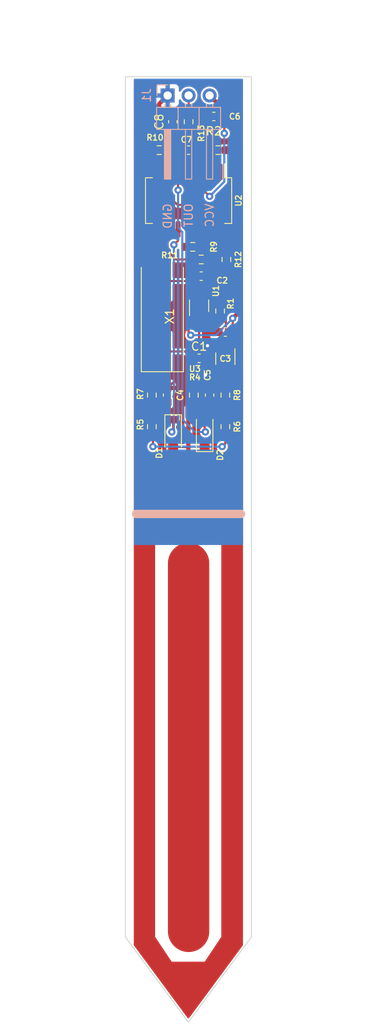
<source format=kicad_pcb>
(kicad_pcb (version 20211014) (generator pcbnew)

  (general
    (thickness 1.6)
  )

  (paper "A4")
  (layers
    (0 "F.Cu" signal)
    (31 "B.Cu" signal)
    (32 "B.Adhes" user "B.Adhesive")
    (33 "F.Adhes" user "F.Adhesive")
    (34 "B.Paste" user)
    (35 "F.Paste" user)
    (36 "B.SilkS" user "B.Silkscreen")
    (37 "F.SilkS" user "F.Silkscreen")
    (38 "B.Mask" user)
    (39 "F.Mask" user)
    (40 "Dwgs.User" user "User.Drawings")
    (41 "Cmts.User" user "User.Comments")
    (42 "Eco1.User" user "User.Eco1")
    (43 "Eco2.User" user "User.Eco2")
    (44 "Edge.Cuts" user)
    (45 "Margin" user)
    (46 "B.CrtYd" user "B.Courtyard")
    (47 "F.CrtYd" user "F.Courtyard")
    (48 "B.Fab" user)
    (49 "F.Fab" user)
  )

  (setup
    (pad_to_mask_clearance 0)
    (pcbplotparams
      (layerselection 0x0000030_80000001)
      (disableapertmacros false)
      (usegerberextensions false)
      (usegerberattributes true)
      (usegerberadvancedattributes true)
      (creategerberjobfile true)
      (svguseinch false)
      (svgprecision 6)
      (excludeedgelayer true)
      (plotframeref false)
      (viasonmask false)
      (mode 1)
      (useauxorigin false)
      (hpglpennumber 1)
      (hpglpenspeed 20)
      (hpglpendiameter 15.000000)
      (dxfpolygonmode true)
      (dxfimperialunits true)
      (dxfusepcbnewfont true)
      (psnegative false)
      (psa4output false)
      (plotreference true)
      (plotvalue true)
      (plotinvisibletext false)
      (sketchpadsonfab false)
      (subtractmaskfromsilk false)
      (outputformat 1)
      (mirror false)
      (drillshape 1)
      (scaleselection 1)
      (outputdirectory "")
    )
  )

  (net 0 "")
  (net 1 "Net-(C1-Pad1)")
  (net 2 "GND")
  (net 3 "Net-(C2-Pad1)")
  (net 4 "VCC")
  (net 5 "/SENSE_LOW")
  (net 6 "/SENSE_HIGH")
  (net 7 "/SENSOR_TRACK")
  (net 8 "Net-(R4-Pad2)")
  (net 9 "Net-(R12-Pad2)")
  (net 10 "Net-(R10-Pad1)")
  (net 11 "/OUT")
  (net 12 "Net-(C7-Pad1)")
  (net 13 "Net-(R12-Pad1)")
  (net 14 "Net-(R13-Pad2)")
  (net 15 "Net-(R9-Pad2)")
  (net 16 "Net-(R10-Pad2)")

  (footprint "Resistor_SMD:R_0603_1608Metric_Pad0.98x0.95mm_HandSolder" (layer "F.Cu") (at 107.188 48.768 180))

  (footprint "Resistor_SMD:R_0603_1608Metric_Pad0.98x0.95mm_HandSolder" (layer "F.Cu") (at 102.235 66.675 -90))

  (footprint "Capacitor_SMD:C_0603_1608Metric_Pad1.08x0.95mm_HandSolder" (layer "F.Cu") (at 109.22 66.675 90))

  (footprint "Resistor_SMD:R_0603_1608Metric_Pad0.98x0.95mm_HandSolder" (layer "F.Cu") (at 111.252 50.292 -90))

  (footprint "Resistor_SMD:R_0603_1608Metric_Pad0.98x0.95mm_HandSolder" (layer "F.Cu") (at 110.236 37.084))

  (footprint "Resistor_SMD:R_0603_1608Metric_Pad0.98x0.95mm_HandSolder" (layer "F.Cu") (at 102.235 70.485 -90))

  (footprint "Resistor_SMD:R_0603_1608Metric_Pad0.98x0.95mm_HandSolder" (layer "F.Cu") (at 103.124 37.084))

  (footprint "Capacitor_SMD:C_0603_1608Metric_Pad1.08x0.95mm_HandSolder" (layer "F.Cu") (at 109.728 33.02 180))

  (footprint "Capacitor_SMD:C_0603_1608Metric_Pad1.08x0.95mm_HandSolder" (layer "F.Cu") (at 104.14 66.675 90))

  (footprint "Resistor_SMD:R_0603_1608Metric_Pad0.98x0.95mm_HandSolder" (layer "F.Cu") (at 110.49 56.515 -90))

  (footprint "Resistor_SMD:R_0603_1608Metric_Pad0.98x0.95mm_HandSolder" (layer "F.Cu") (at 107.315 66.675 90))

  (footprint "Capacitor_SMD:C_0603_1608Metric_Pad1.08x0.95mm_HandSolder" (layer "F.Cu") (at 111.125 59.055 180))

  (footprint "Resistor_SMD:R_0603_1608Metric_Pad0.98x0.95mm_HandSolder" (layer "F.Cu") (at 111.125 70.485 -90))

  (footprint "Capacitor_SMD:C_0603_1608Metric_Pad1.08x0.95mm_HandSolder" (layer "F.Cu") (at 104.775 33.655 -90))

  (footprint "Capacitor_SMD:C_0603_1608Metric_Pad1.08x0.95mm_HandSolder" (layer "F.Cu") (at 106.68 37.084 180))

  (footprint "Capacitor_SMD:C_0603_1608Metric_Pad1.08x0.95mm_HandSolder" (layer "F.Cu") (at 108.204 52.305))

  (footprint "Diode_SMD:D_SOD-123" (layer "F.Cu") (at 104.81 71.3 -90))

  (footprint "Package_SO:SO-14_5.3x10.2mm_P1.27mm" (layer "F.Cu") (at 106.68 43.18 -90))

  (footprint "Package_TO_SOT_SMD:SOT-353_SC-70-5_Handsoldering" (layer "F.Cu") (at 111.125 62.27 -90))

  (footprint "Diode_SMD:D_SOD-123" (layer "F.Cu") (at 108.62 71.25 90))

  (footprint "Package_TO_SOT_SMD:SOT-353_SC-70-5_Handsoldering" (layer "F.Cu") (at 107.95 55.88 90))

  (footprint "Capacitor_SMD:C_0603_1608Metric_Pad1.08x0.95mm_HandSolder" (layer "F.Cu") (at 107.95 62.23))

  (footprint "Resistor_SMD:R_0603_1608Metric_Pad0.98x0.95mm_HandSolder" (layer "F.Cu") (at 108.204 50.292 180))

  (footprint "Crystal:Crystal_SMD_HC49-SD" (layer "F.Cu") (at 103.505 57.15 90))

  (footprint "Resistor_SMD:R_0603_1608Metric_Pad0.98x0.95mm_HandSolder" (layer "F.Cu") (at 111.125 66.675 -90))

  (footprint "Resistor_SMD:R_0603_1608Metric_Pad0.98x0.95mm_HandSolder" (layer "F.Cu") (at 106.68 33.655 -90))

  (footprint "Connector_PinHeader_2.54mm:PinHeader_1x03_P2.54mm_Horizontal" (layer "B.Cu") (at 104.14 30.48 -90))

  (gr_line (start 100.33 81.026) (end 113.03 81.026) (layer "B.SilkS") (width 1) (tstamp 1f0488c5-d9ee-498b-b06b-eebf29647e66))
  (gr_line (start 100.33 81.026) (end 113.03 81.026) (layer "F.SilkS") (width 1) (tstamp 860c4d28-7e8a-4c95-add6-0934c3deb68f))
  (gr_line (start 99.032 28.225286) (end 114.272 28.225286) (layer "Edge.Cuts") (width 0.1) (tstamp 00000000-0000-0000-0000-000054e30220))
  (gr_line (start 99.032 30.535286) (end 99.032 28.225286) (layer "Edge.Cuts") (width 0.1) (tstamp 00000000-0000-0000-0000-000054e30221))
  (gr_line (start 114.272 30.535286) (end 114.272 28.225286) (layer "Edge.Cuts") (width 0.1) (tstamp 00000000-0000-0000-0000-000054e30222))
  (gr_line (start 114.272 30.535286) (end 114.272 33.075286) (layer "Edge.Cuts") (width 0.1) (tstamp 00000000-0000-0000-0000-000054e30223))
  (gr_line (start 99.032 33.075286) (end 99.032 30.535286) (layer "Edge.Cuts") (width 0.1) (tstamp 00000000-0000-0000-0000-000054e30224))
  (gr_line (start 114.272 71.175286) (end 114.272 132.135286) (layer "Edge.Cuts") (width 0.1) (tstamp 00000000-0000-0000-0000-000054e30225))
  (gr_line (start 99.032 132.135286) (end 99.032 71.175286) (layer "Edge.Cuts") (width 0.1) (tstamp 00000000-0000-0000-0000-000054e30227))
  (gr_line (start 106.652 142.422286) (end 114.272 132.135286) (layer "Edge.Cuts") (width 0.1) (tstamp 00000000-0000-0000-0000-000054e30228))
  (gr_line (start 99.032 132.135286) (end 106.652 142.422286) (layer "Edge.Cuts") (width 0.1) (tstamp 00000000-0000-0000-0000-000054e30229))
  (gr_line (start 114.272 33.075286) (end 114.272 71.175286) (layer "Edge.Cuts") (width 0.1) (tstamp 17f1102a-2d7b-4dbe-809e-bc58b9c6156f))
  (gr_line (start 99.032 71.175286) (end 99.032 33.075286) (layer "Edge.Cuts") (width 0.1) (tstamp c7a73a5d-620a-422e-9b29-b4c22178827e))
  (gr_text "GND" (at 104.14 43.434 90) (layer "B.SilkS") (tstamp 92e916cb-1daa-4b8a-94ea-71a69b2087ab)
    (effects (font (size 1 1) (thickness 0.15)) (justify left mirror))
  )
  (gr_text "OUT" (at 106.68 43.434 90) (layer "B.SilkS") (tstamp a7450cb0-5fc3-430b-a809-a364ad078812)
    (effects (font (size 1 1) (thickness 0.15)) (justify left mirror))
  )
  (gr_text "VCC" (at 109.22 43.434 90) (layer "B.SilkS") (tstamp a8450299-8c20-4d25-b8e3-3d91589c0322)
    (effects (font (size 1 1) (thickness 0.15)) (justify left mirror))
  )
  (dimension (type aligned) (layer "Cmts.User") (tstamp 00000000-0000-0000-0000-000054e302c4)
    (pts (xy 99.159 36.203286) (xy 114.145 36.203286))
    (height -14.05)
    (gr_text "14.9860 mm" (at 106.652 20.353286) (layer "Cmts.User") (tstamp 00000000-0000-0000-0000-000054e302c4)
      (effects (font (size 1.5 1.5) (thickness 0.3)))
    )
    (format (units 2) (units_format 1) (precision 4))
    (style (thickness 0.3) (arrow_length 1.27) (text_position_mode 0) (extension_height 0.58642) (extension_offset 0) keep_text_aligned)
  )
  (dimension (type aligned) (layer "Cmts.User") (tstamp 00000000-0000-0000-0000-000054e302c6)
    (pts (xy 99 142.5) (xy 98.806 28.448))
    (height -8.607523)
    (gr_text "114.0522 mm" (at 92.095486 85.485579 -89.9025412) (layer "Cmts.User") (tstamp 00000000-0000-0000-0000-000054e302c6)
      (effects (font (size 1.5 1.5) (thickness 0.3)))
    )
    (format (units 2) (units_format 1) (precision 4))
    (style (thickness 0.3) (arrow_length 1.27) (text_position_mode 0) (extension_height 0.58642) (extension_offset 0) keep_text_aligned)
  )
  (dimension (type aligned) (layer "Cmts.User") (tstamp cc3ea537-bd02-4538-9f9a-20af938ab55e)
    (pts (xy 106.652 81.081286) (xy 106.652 133.405286))
    (height -16.256)
    (gr_text "52.3240 mm" (at 121.108 107.243286 90) (layer "Cmts.User") (tstamp cc3ea537-bd02-4538-9f9a-20af938ab55e)
      (effects (font (size 1.5 1.5) (thickness 0.3)))
    )
    (format (units 2) (units_format 1) (precision 4))
    (style (thickness 0.3) (arrow_length 1.27) (text_position_mode 0) (extension_height 0.58642) (extension_offset 0) keep_text_aligned)
  )

  (segment (start 107.468767 62.23) (end 107.95 61.748767) (width 0.254) (layer "F.Cu") (net 1) (tstamp 07e25317-fc55-476c-a1e9-bbe64c0f91d0))
  (segment (start 106.2575 61.4) (end 107.0875 62.23) (width 0.254) (layer "F.Cu") (net 1) (tstamp 1d3682b5-224f-46ac-b37c-0ccffc1d05f0))
  (segment (start 110.49 57.4275) (end 110.49 57.404) (width 0.254) (layer "F.Cu") (net 1) (tstamp 275bbb8d-04ac-46f4-8288-9494c0e71c40))
  (segment (start 108.204 55.88) (end 107.95 56.134) (width 0.254) (layer "F.Cu") (net 1) (tstamp 29deeca7-230e-4274-bb5e-c23942d95af9))
  (segment (start 107.95 56.134) (end 107.95 57.21) (width 0.254) (layer "F.Cu") (net 1) (tstamp 48e5b12f-81a6-4456-8eb2-4b4aee307fc8))
  (segment (start 103.505 61.4) (end 106.2575 61.4) (width 0.254) (layer "F.Cu") (net 1) (tstamp 4c573215-f749-4d38-91b9-77b4737815ae))
  (segment (start 108.966 55.88) (end 108.204 55.88) (width 0.254) (layer "F.Cu") (net 1) (tstamp 7dc1cbd5-e142-41b4-840c-301c37e2e4f7))
  (segment (start 107.0875 62.23) (end 107.468767 62.23) (width 0.254) (layer "F.Cu") (net 1) (tstamp c769cc92-4faf-4777-b6b3-0390678f5dda))
  (segment (start 107.95 61.748767) (end 107.95 57.21) (width 0.254) (layer "F.Cu") (net 1) (tstamp e9628140-a982-4a76-b8b7-aee8188fced1))
  (segment (start 110.49 57.404) (end 108.966 55.88) (width 0.254) (layer "F.Cu") (net 1) (tstamp f47598b2-b57c-40f3-accd-c32d4374c347))
  (segment (start 108.6 58.054) (end 108.966 58.42) (width 0.254) (layer "F.Cu") (net 2) (tstamp 0897a976-f388-4e81-bf3f-22857464e7b7))
  (segment (start 104.775 34.5175) (end 104.775 33.693) (width 0.508) (layer "F.Cu") (net 2) (tstamp 0ac5c797-f189-4c62-a266-7435ee61aaa0))
  (segment (start 109.601 59.055) (end 110.2625 59.055) (width 0.254) (layer "F.Cu") (net 2) (tstamp 106692d5-c912-4d63-8952-40f855714dbc))
  (segment (start 104.14 65.8125) (end 106.9605 62.992) (width 0.254) (layer "F.Cu") (net 2) (tstamp 1235162c-3cbd-4721-807e-ef4c54acfcc7))
  (segment (start 109.0665 52.305) (end 108.412 51.6505) (width 0.254) (layer "F.Cu") (net 2) (tstamp 16dfaae7-5946-45ce-83c4-00b207c16701))
  (segment (start 108.412 51.6505) (end 108.412 50.246) (width 0.254) (layer "F.Cu") (net 2) (tstamp 1840638b-f505-4d51-89bd-5f4a6dbfe4bf))
  (segment (start 103.124 31.496) (end 104.14 30.48) (width 0.508) (layer "F.Cu") (net 2) (tstamp 23d16a44-ff27-455e-b74c-7cd1fafeb137))
  (segment (start 108.8125 62.6375) (end 108.8125 62.23) (width 0.254) (layer "F.Cu") (net 2) (tstamp 23e2fe56-9820-4d0b-8221-7106bdc8fb33))
  (segment (start 110.475 59.2675) (end 110.2625 59.055) (width 0.254) (layer "F.Cu") (net 2) (tstamp 320f5f55-c14f-47d4-bf77-36af961cb7c7))
  (segment (start 108.8655 33.02) (end 108.2115 33.674) (width 0.508) (layer "F.Cu") (net 2) (tstamp 35854f6b-699a-4044-b468-8706d1879ec3))
  (segment (start 104.14 65.8125) (end 102.285 65.8125) (width 0.254) (layer "F.Cu") (net 2) (tstamp 3efb6b2a-34b0-4e9a-9651-f5d9daed085d))
  (segment (start 106.68 44.958) (end 106.172 44.45) (width 0.254) (layer "F.Cu") (net 2) (tstamp 4078d90e-3265-490c-a01d-f20f28c3d13e))
  (segment (start 108.458 62.992) (end 108.8125 62.6375) (width 0.254) (layer "F.Cu") (net 2) (tstamp 4823c4d0-90a8-4391-bf7f-966ddefa246c))
  (segment (start 104.775 35.433) (end 104.775 34.5175) (width 0.508) (layer "F.Cu") (net 2) (tstamp 4e532ce1-1159-4ca4-bb23-9fbe9d76d283))
  (segment (start 108.6 57.21) (end 108.6 58.054) (width 0.254) (layer "F.Cu") (net 2) (tstamp 4ec075aa-98c3-4614-9a41-ff26919c6219))
  (segment (start 106.9605 62.992) (end 108.458 62.992) (width 0.254) (layer "F.Cu") (net 2) (tstamp 4fac1aa2-d681-4b75-b399-5fc65f5f91eb))
  (segment (start 105.8175 37.084) (end 105.8175 36.4755) (width 0.508) (layer "F.Cu") (net 2) (tstamp 63b4b4fb-55b6-42c1-bb31-24537b97314e))
  (segment (start 108.412 50.246) (end 106.934 48.768) (width 0.254) (layer "F.Cu") (net 2) (tstamp 660de1ba-f626-4f56-9c05-e37fee912347))
  (segment (start 109.185 62.23) (end 110.475 60.94) (width 0.254) (layer "F.Cu") (net 2) (tstamp 6cc0ccd5-430b-49c7-af89-a7ae400cf54d))
  (segment (start 111.075 65.8125) (end 111.125 65.7625) (width 0.254) (layer "F.Cu") (net 2) (tstamp 79047a22-ad1f-4cd5-a3d6-c56142f22a7d))
  (segment (start 103.124 33.274) (end 103.124 31.496) (width 0.508) (layer "F.Cu") (net 2) (tstamp 84499101-d8e9-4e00-a6f9-a210742df830))
  (segment (start 108.966 58.42) (end 109.601 59.055) (width 0.254) (layer "F.Cu") (net 2) (tstamp 86cd1adc-7cbf-4e17-b43a-0ed1f646ae29))
  (segment (start 101.092 41.402) (end 101.092 35.306) (width 0.254) (layer "F.Cu") (net 2) (tstamp 94b0f146-132f-4052-817c-4d6af65429b8))
  (segment (start 103.524 33.674) (end 103.124 33.274) (width 0.508) (layer "F.Cu") (net 2) (tstamp 972c759f-55ab-4d8f-b4d7-2d50232ed7b5))
  (segment (start 101.346 64.8735) (end 101.346 41.656) (width 0.254) (layer "F.Cu") (net 2) (tstamp 9aa02f7d-6a81-44da-9443-756620c379b6))
  (segment (start 110.475 60.94) (end 110.475 59.2675) (width 0.254) (layer "F.Cu") (net 2) (tstamp a514ac4d-e05c-4cb8-89fe-8b13133e4938))
  (segment (start 106.934 48.768) (end 106.2755 48.768) (width 0.254) (layer "F.Cu") (net 2) (tstamp a9cc36af-bd64-47ac-a2d8-f4916fca17a6))
  (segment (start 108.8125 62.23) (end 109.185 62.23) (width 0.254) (layer "F.Cu") (net 2) (tstamp aabd9bd9-c273-42c1-854e-6993af398e81))
  (segment (start 106.68 46.6425) (end 106.68 44.958) (width 0.254) (layer "F.Cu") (net 2) (tstamp afc2a4f9-72ec-4cb1-99e4-241697cf340d))
  (segment (start 104.14 44.45) (end 101.346 41.656) (width 0.254) (layer "F.Cu") (net 2) (tstamp b243988c-4789-4170-9aee-1a8607fe4153))
  (segment (start 104.756 33.674) (end 103.524 33.674) (width 0.508) (layer "F.Cu") (net 2) (tstamp b68b5ca4-cc1b-4207-818b-03c5a7e32172))
  (segment (start 102.235 65.7625) (end 101.346 64.8735) (width 0.254) (layer "F.Cu") (net 2) (tstamp bfe33f54-750b-4c7f-a959-3dc4a643f7e8))
  (segment (start 109.22 65.8125) (end 111.075 65.8125) (width 0.254) (layer "F.Cu") (net 2) (tstamp c5b42203-fb01-49a5-9345-9cb779de0d9b))
  (segment (start 105.8175 36.4755) (end 104.775 35.433) (width 0.508) (layer "F.Cu") (net 2) (tstamp cdea425c-c839-4208-b0ce-78d87b79d936))
  (segment (start 109.22 65.8125) (end 109.22 64.77) (width 0.254) (layer "F.Cu") (net 2) (tstamp d0f6b541-ce0f-49a3-82fa-f7cf15251c72))
  (segment (start 101.092 35.306) (end 103.124 33.274) (width 0.254) (layer "F.Cu") (net 2) (tstamp d2dbd432-a0a5-43cb-b242-d3610615d3a0))
  (segment (start 104.775 33.693) (end 104.756 33.674) (width 0.508) (layer "F.Cu") (net 2) (tstamp d4c13b1e-d2aa-40c5-8ee2-1ef58c2e8ba8))
  (segment (start 101.346 41.656) (end 101.092 41.402) (width 0.254) (layer "F.Cu") (net 2) (tstamp d80dea61-c52c-40dc-9c3d-781e01098259))
  (segment (start 109.22 64.77) (end 108.712 64.262) (width 0.254) (layer "F.Cu") (net 2) (tstamp e2069142-62ba-4fa6-b708-f617fb11c4c2))
  (segment (start 102.285 65.8125) (end 102.235 65.7625) (width 0.254) (layer "F.Cu") (net 2) (tstamp ed8cbf4d-7466-43bd-aede-68e299dc6d45))
  (segment (start 108.2115 33.674) (end 104.756 33.674) (width 0.508) (layer "F.Cu") (net 2) (tstamp f4a68d36-83b8-4fc2-9d0e-cdc38e938917))
  (segment (start 106.172 44.45) (end 104.14 44.45) (width 0.254) (layer "F.Cu") (net 2) (tstamp f74357c8-9487-40ea-b82a-dc4170e06481))
  (segment (start 106.68 46.6425) (end 106.68 48.3635) (width 0.254) (layer "F.Cu") (net 2) (tstamp f7e9b693-a243-4bfa-9464-bf6952e06164))
  (segment (start 106.68 48.3635) (end 106.2755 48.768) (width 0.254) (layer "F.Cu") (net 2) (tstamp fd368898-9cf9-4b00-924a-683d6068e5f8))
  (segment (start 108.966 60.706) (end 108.966 58.42) (width 0.254) (layer "F.Cu") (net 2) (tstamp ffca31ee-f576-475a-8d5c-c6dd0a340b30))
  (via (at 108.966 60.706) (size 0.889) (drill 0.4) (layers "F.Cu" "B.Cu") (net 2) (tstamp 23649246-9162-436b-8024-9a7505b7f328))
  (via (at 108.712 64.262) (size 0.889) (drill 0.4) (layers "F.Cu" "B.Cu") (net 2) (tstamp e89bc8e8-a1a6-483b-9daf-894f047f8ba9))
  (segment (start 108.712 64.262) (end 108.712 60.96) (width 0.254) (layer "B.Cu") (net 2) (tstamp 08ca4668-2828-4506-a9f7-ea9c2a969130))
  (segment (start 108.712 60.96) (end 108.966 60.706) (width 0.254) (layer "B.Cu") (net 2) (tstamp 87aee750-0fb3-4426-a108-cc0cfc1e8af2))
  (segment (start 103.505 52.9) (end 106.7465 52.9) (width 0.254) (layer "F.Cu") (net 3) (tstamp 11c9d791-6185-489b-8bb7-576b6d114e8e))
  (segment (start 108.6 53.5635) (end 107.3415 52.305) (width 0.254) (layer "F.Cu") (net 3) (tstamp 1ee975c5-0a9a-49d2-9e00-6df71c96ff49))
  (segment (start 108.6 54.55) (end 108.6 53.5635) (width 0.254) (layer "F.Cu") (net 3) (tstamp 247c5644-9fe4-4f3e-bd42-113944a6a5a8))
  (segment (start 111.125 60.94) (end 111.182 60.883) (width 0.254) (layer "F.Cu") (net 3) (tstamp 50a7aa74-9771-40f8-84f9-5e3a0b72a79c))
  (segment (start 111.182 60.883) (end 111.182 56.2945) (width 0.254) (layer "F.Cu") (net 3) (tstamp 5c046087-76e9-44d9-aeef-b6ce16de93ae))
  (segment (start 110.49 55.6025) (end 109.6525 55.6025) (width 0.254) (layer "F.Cu") (net 3) (tstamp 797112d4-759d-495c-b6c8-c9460fd61a21))
  (segment (start 111.182 56.2945) (end 110.49 55.6025) (width 0.254) (layer "F.Cu") (net 3) (tstamp e49d5edb-f61e-43e7-a67b-c21a3c6013e2))
  (segment (start 109.6525 55.6025) (end 108.6 54.55) (width 0.254) (layer "F.Cu") (net 3) (tstamp e78dae12-cc51-4684-aa84-fcdcfbfbc147))
  (segment (start 106.7465 52.9) (end 107.3415 52.305) (width 0.254) (layer "F.Cu") (net 3) (tstamp ec046394-862a-46f5-94aa-12f7da6db758))
  (segment (start 111.125 71.3975) (end 111.125 72.517) (width 0.254) (layer "F.Cu") (net 4) (tstamp 13d1368d-af1d-4fd4-bd0a-9f61b6a8b868))
  (segment (start 112.495 63.6) (end 111.775 63.6) (width 0.254) (layer "F.Cu") (net 4) (tstamp 16491d8f-5aed-4d21-9bb2-e00da495dc83))
  (segment (start 110.5905 33.02) (end 112.522 34.9515) (width 0.508) (layer "F.Cu") (net 4) (tstamp 1ea6f99d-373f-4b28-952e-4eed266e976c))
  (segment (start 111.125 72.517) (end 110.744 72.898) (width 0.254) (layer "F.Cu") (net 4) (tstamp 24475a4a-0d01-4aae-b8ba-bd52c8441077))
  (segment (start 112.522 56.896) (end 112.014 57.404) (width 0.508) (layer "F.Cu") (net 4) (tstamp 2545f1a2-89ff-4885-988a-983205f06689))
  (segment (start 112.522 59.5895) (end 112.522 63.627) (width 0.254) (layer "F.Cu") (net 4) (tstamp 26d82e23-793a-4037-9766-37f51cd37983))
  (segment (start 102.362 71.5245) (end 102.362 72.644) (width 0.254) (layer "F.Cu") (net 4) (tstamp 28a11d0a-bcd2-4e51-b3c9-5f3c85717823))
  (segment (start 106.68 39.7175) (end 106.68 40.132) (width 0.254) (layer "F.Cu") (net 4) (tstamp 2de051a9-f8a2-448d-b896-adbe0d0953c8))
  (segment (start 110.5905 33.02) (end 110.5905 31.8505) (width 0.508) (layer "F.Cu") (net 4) (tstamp 2f194e90-ba79-4a4a-a4ff-1899506831ff))
  (segment (start 106.68 40.132) (end 109.22 42.672) (width 0.254) (layer "F.Cu") (net 4) (tstamp 30b80c3c-bfbd-4487-8bc3-7e095c3d3dbe))
  (segment (start 112.522 63.627) (end 112.522 70.0005) (width 0.254) (layer "F.Cu") (net 4) (tstamp 4982d454-d15e-4ead-a342-44916209781c))
  (segment (start 102.235 71.3975) (end 102.362 71.5245) (width 0.254) (layer "F.Cu") (net 4) (tstamp 4b2e0914-baf6-4d9a-b780-8eacf393c445))
  (segment (start 112.522 34.9515) (end 112.522 56.896) (width 0.508) (layer "F.Cu") (net 4) (tstamp 541ebdff-6103-420a-a79b-abaa77feafc8))
  (segment (start 110.5905 31.8505) (end 109.22 30.48) (width 0.508) (layer "F.Cu") (net 4) (tstamp 7be75029-b73e-4dd7-88d6-2921ff3c40fc))
  (segment (start 106.68 55.17) (end 106.68 59.182) (width 0.254) (layer "F.Cu") (net 4) (tstamp 7fc5eba0-7a09-47e9-bc02-164a8fff8f5e))
  (segment (start 112.014 59.0285) (end 111.9875 59.055) (width 0.254) (layer "F.Cu") (net 4) (tstamp a2b623b9-814b-40cd-8919-deb52930317c))
  (segment (start 102.362 72.644) (end 102.362 72.898) (width 0.254) (layer "F.Cu") (net 4) (tstamp abdb34ab-8d45-475e-90d6-9a3e50771c86))
  (segment (start 110.998 35.052) (end 110.998 33.4275) (width 0.254) (layer "F.Cu") (net 4) (tstamp b974137c-3327-44cc-a1cb-b4348f79fdde))
  (segment (start 112.522 70.0005) (end 111.125 71.3975) (width 0.254) (layer "F.Cu") (net 4) (tstamp bccf4489-e3cb-4ba0-bc71-6f4127be0765))
  (segment (start 112.522 63.627) (end 112.495 63.6) (width 0.254) (layer "F.Cu") (net 4) (tstamp c2cacd2d-758a-4d7d-a852-5680cba3a49d))
  (segment (start 107.3 54.55) (end 106.68 55.17) (width 0.254) (layer "F.Cu") (net 4) (tstamp c4d513d0-0f24-4653-9d4c-de06eb793907))
  (segment (start 112.014 57.404) (end 112.014 59.0285) (width 0.254) (layer "F.Cu") (net 4) (tstamp c6df68b8-de38-4466-b283-bed1819a3e08))
  (segment (start 111.9875 59.055) (end 112.522 59.5895) (width 0.254) (layer "F.Cu") (net 4) (tstamp c98b9105-7f9f-490f-99d0-f643df15996b))
  (segment (start 110.998 33.4275) (end 110.5905 33.02) (width 0.254) (layer "F.Cu") (net 4) (tstamp f6fa54a7-38d9-454e-b49b-c714415e50f5))
  (segment (start 106.68 59.182) (end 106.934 59.436) (width 0.254) (layer "F.Cu") (net 4) (tstamp fd7ff7b2-2ec4-4a50-bdec-7d9290b7c44c))
  (via (at 102.362 72.898) (size 0.889) (drill 0.4) (layers "F.Cu" "B.Cu") (net 4) (tstamp 326c45b8-dd7d-4d9d-8959-7f46a6d5a174))
  (via (at 106.934 59.436) (size 0.889) (drill 0.4) (layers "F.Cu" "B.Cu") (net 4) (tstamp 33af0fe7-cd92-4cb3-8090-62e4d469d43d))
  (via (at 110.998 35.052) (size 0.889) (drill 0.4) (layers "F.Cu" "B.Cu") (net 4) (tstamp 396663d9-0718-4d2f-88f9-29e34f39ca57))
  (via (at 112.014 57.404) (size 0.889) (drill 0.4) (layers "F.Cu" "B.Cu") (net 4) (tstamp 5c235170-68e7-4d22-820d-5e342ffa0ce7))
  (via (at 109.22 42.672) (size 0.889) (drill 0.4) (layers "F.Cu" "B.Cu") (net 4) (tstamp 5e3bc410-3f1e-4ba1-b137-4a6673a74516))
  (via (at 110.744 72.898) (size 0.889) (drill 0.4) (layers "F.Cu" "B.Cu") (net 4) (tstamp bc2358cd-764f-4708-986c-2fc727a9b159))
  (segment (start 109.982 59.436) (end 112.014 57.404) (width 0.254) (layer "B.Cu") (net 4) (tstamp 193565a9-1f86-4572-896d-de465f4a70e3))
  (segment (start 110.998 40.894) (end 110.998 35.052) (width 0.254) (layer "B.Cu") (net 4) (tstamp 2db8ebc0-bcc4-40a0-aa9d-a3a84a567e3f))
  (segment (start 106.934 59.436) (end 109.982 59.436) (width 0.254) (layer "B.Cu") (net 4) (tstamp 7e6fb6d2-a081-4c53-a59a-5a7cee7f9a03))
  (segment (start 102.362 72.898) (end 110.744 72.898) (width 0.254) (layer "B.Cu") (net 4) (tstamp 8fb579f8-730f-4baa-a95e-e15a4b747f0e))
  (segment (start 109.22 42.672) (end 110.998 40.894) (width 0.254) (layer "B.Cu") (net 4) (tstamp f3c4bcfb-80b8-41da-b55b-f427678c13fe))
  (segment (start 104.81 70.958) (end 104.648 71.12) (width 0.254) (layer "F.Cu") (net 5) (tstamp 65d320ea-7df6-4a24-b491-83f2bfeda564))
  (segment (start 102.285 67.5375) (end 102.235 67.5875) (width 0.254) (layer "F.Cu") (net 5) (tstamp 7463008c-a5cb-475b-a4ea-273a7096a541))
  (segment (start 105.41 46.6425) (end 105.41 48.006) (width 0.254) (layer "F.Cu") (net 5) (tstamp a7ffdfe7-01bb-415d-afe0-964c4e3abff5))
  (segment (start 102.235 69.5725) (end 102.235 67.5875) (width 0.254) (layer "F.Cu") (net 5) (tstamp b180f997-5071-4284-b0fe-f73a947ed236))
  (segment (start 104.14 68.98) (end 104.81 69.65) (width 0.254) (layer "F.Cu") (net 5) (tstamp ce0bc30d-441c-400a-a689-90b14c072a82))
  (segment (start 105.41 48.006) (end 104.902 48.514) (width 0.254) (layer "F.Cu") (net 5) (tstamp dce95132-bcd3-4b55-b052-52ce17d967e4))
  (segment (start 104.81 69.65) (end 104.81 70.958) (width 0.254) (layer "F.Cu") (net 5) (tstamp e6781426-1474-4840-ad01-3f688fcfa2f9))
  (segment (start 104.14 67.5375) (end 104.14 68.98) (width 0.254) (layer "F.Cu") (net 5) (tstamp edd2f4cd-a360-4b28-8782-eae6bcc919f3))
  (segment (start 104.14 67.5375) (end 102.285 67.5375) (width 0.254) (layer "F.Cu") (net 5) (tstamp f00c6f23-cf87-4701-8eb3-291a43087ed5))
  (via (at 104.902 48.514) (size 0.889) (drill 0.4) (layers "F.Cu" "B.Cu") (net 5) (tstamp 5d7ffeb5-41b9-4f30-9bfa-f8798d4c8ee6))
  (via (at 104.648 71.12) (size 0.889) (drill 0.4) (layers "F.Cu" "B.Cu") (net 5) (tstamp d1e36e88-bbf5-4c5f-a327-d23e25cf30bb))
  (segment (start 104.902 48.514) (end 104.902 70.866) (width 0.254) (layer "B.Cu") (net 5) (tstamp 12ac34c4-afda-463e-9926-8ba3996ea752))
  (segment (start 104.902 70.866) (end 104.648 71.12) (width 0.254) (layer "B.Cu") (net 5) (tstamp c6e1675b-7f44-4150-9f5f-b953219b4c27))
  (segment (start 108.62 71.028) (end 108.712 71.12) (width 0.254) (layer "F.Cu") (net 6) (tstamp 03221e78-d7b1-4b3c-b9bb-85620315470a))
  (segment (start 108.62 69.6) (end 108.62 71.028) (width 0.254) (layer "F.Cu") (net 6) (tstamp 16f3f2b9-7fc7-406e-9056-53cfe9b99e09))
  (segment (start 109.22 67.5375) (end 111.075 67.5375) (width 0.254) (layer "F.Cu") (net 6) (tstamp 17fcb55a-5472-4d7f-b981-d4691e185a0b))
  (segment (start 109.22 67.5375) (end 109.22 69) (width 0.254) (layer "F.Cu") (net 6) (tstamp 2d97d7a2-a7e5-4901-96f7-6fcac00fb444))
  (segment (start 111.075 67.5375) (end 111.125 67.5875) (width 0.254) (layer "F.Cu") (net 6) (tstamp 57b8ce9b-b744-48b8-bb69-b09338ecfdf2))
  (segment (start 111.125 67.5875) (end 111.125 69.5725) (width 0.254) (layer "F.Cu") (net 6) (tstamp 90b56363-020d-419c-8e48-c2e088759667))
  (segment (start 105.41 39.7175) (end 105.41 41.91) (width 0.254) (layer "F.Cu") (net 6) (tstamp f51e61d5-7618-41bb-9ca7-95a8399531ed))
  (segment (start 109.22 69) (end 108.62 69.6) (width 0.254) (layer "F.Cu") (net 6) (tstamp f93f15a4-2e4e-419a-909c-c46d96cabb25))
  (via (at 108.712 71.12) (size 0.889) (drill 0.4) (layers "F.Cu" "B.Cu") (net 6) (tstamp c99582ea-4ec7-4521-aeb5-33c0da63c8ae))
  (via (at 105.41 41.91) (size 0.889) (drill 0.4) (layers "F.Cu" "B.Cu") (net 6) (tstamp da7e804a-1a6f-4da0-ba48-59a50cd7195b))
  (segment (start 105.41 46.482) (end 105.918 46.99) (width 0.254) (layer "B.Cu") (net 6) (tstamp 2704237b-f053-4282-9d97-f14913364217))
  (segment (start 105.918 69.596) (end 107.442 71.12) (width 0.254) (layer "B.Cu") (net 6) (tstamp 2a40222f-59cc-4439-ba71-b2c2fb71fab5))
  (segment (start 105.41 41.91) (end 105.41 46.482) (width 0.254) (layer "B.Cu") (net 6) (tstamp bdd5bbbc-b778-451f-8eaf-5c528f13013b))
  (segment (start 107.442 71.12) (end 108.712 71.12) (width 0.254) (layer "B.Cu") (net 6) (tstamp e4612d58-a7da-4283-b7f4-78595b8adf6e))
  (segment (start 105.918 46.99) (end 105.918 69.596) (width 0.254) (layer "B.Cu") (net 6) (tstamp f7dc4631-5211-42db-b7ef-abae5c0e7762))
  (segment (start 106.652 86.967) (end 106.68 86.995) (width 0.254) (layer "F.Cu") (net 7) (tstamp 17b605e3-f755-4a96-9369-1c5387732102))
  (segment (start 106.652 85.145286) (end 106.652 73.053) (width 0.508) (layer "F.Cu") (net 7) (tstamp 57d11483-0a94-4376-a4ac-b075266c6289))
  (segment (start 106.652 68.2505) (end 107.315 67.5875) (width 0.508) (layer "F.Cu") (net 7) (tstamp 5a2d428c-5d72-4665-a0d6-79c5ca5908eb))
  (segment (start 106.652 73.053) (end 106.652 68.2505) (width 0.508) (layer "F.Cu") (net 7) (tstamp 6bec0da9-f436-4825-be4c-870d48ec4a1a))
  (segment (start 106.68 131.445) (end 106.68 86.995) (width 5) (layer "F.Cu") (net 7) (tstamp 90b37e3d-a849-46a0-aa52-4a4da9edd3b3))
  (segment (start 108.62 72.9) (end 106.805 72.9) (width 0.254) (layer "F.Cu") (net 7) (tstamp 925a9233-218d-4137-b8f9-041c96b3fc23))
  (segment (start 106.652 85.145286) (end 106.652 86.967) (width 0.254) (layer "F.Cu") (net 7) (tstamp a3d3baf1-209a-4861-b9f8-c5b3c5cfb657))
  (segment (start 106.805 72.9) (end 106.652 73.053) (width 0.254) (layer "F.Cu") (net 7) (tstamp a85e126d-f4a6-4991-8c38-3ccaf9d8f81f))
  (segment (start 104.81 72.95) (end 106.549 72.95) (width 0.254) (layer "F.Cu") (net 7) (tstamp b7d89beb-1dcf-4851-8d41-4318f9216d56))
  (segment (start 106.549 72.95) (end 106.652 73.053) (width 0.254) (layer "F.Cu") (net 7) (tstamp d17d5cc6-4935-4598-8f02-dc7603e74d75))
  (segment (start 107.315 65.7625) (end 107.315 64.135) (width 0.254) (layer "F.Cu") (net 8) (tstamp 428ebf0f-eae0-4a1f-a1f9-ef74e070d8ad))
  (segment (start 107.85 63.6) (end 110.475 63.6) (width 0.254) (layer "F.Cu") (net 8) (tstamp 6a12dbc0-a09a-4457-9514-433fe4531797))
  (segment (start 107.315 64.135) (end 107.85 63.6) (width 0.254) (layer "F.Cu") (net 8) (tstamp eaa21c2c-7984-4e36-b86b-a6776c1ee43f))
  (segment (start 109.728 50.292) (end 109.1165 50.292) (width 0.254) (layer "F.Cu") (net 9) (tstamp 462d4915-7913-454a-8596-6799351dadfe))
  (segment (start 110.6405 51.2045) (end 109.728 50.292) (width 0.254) (layer "F.Cu") (net 9) (tstamp 60ade6d5-c7ac-45fd-afb6-d73b8921db14))
  (segment (start 109.22 46.6425) (end 109.22 50.1885) (width 0.254) (layer "F.Cu") (net 9) (tstamp 721051be-7952-4ee5-9646-c55f14d99570))
  (segment (start 109.22 50.1885) (end 109.1165 50.292) (width 0.254) (layer "F.Cu") (net 9) (tstamp 932c338a-d472-4fec-9e4f-4ae2dd42f7cc))
  (segment (start 111.252 51.2045) (end 110.6405 51.2045) (width 0.254) (layer "F.Cu") (net 9) (tstamp da0e75de-0248-49b5-ba31-a0018bfef8b2))
  (segment (start 105.333984 43.688) (end 107.188 43.688) (width 0.254) (layer "F.Cu") (net 10) (tstamp 25156644-daab-40b1-9951-acde199ecebd))
  (segment (start 102.2115 40.565516) (end 105.333984 43.688) (width 0.254) (layer "F.Cu") (net 10) (tstamp 37e0cf72-2412-4e35-a51c-574a23d821c5))
  (segment (start 107.95 46.6425) (end 107.95 48.6175) (width 0.254) (layer "F.Cu") (net 10) (tstamp 5a7aa41c-ecaf-41cd-8f95-1dd24117c565))
  (segment (start 107.95 48.6175) (end 108.1005 48.768) (width 0.254) (layer "F.Cu") (net 10) (tstamp 7a933fda-5a43-435d-8f6f-ddce5a7d6c02))
  (segment (start 107.95 44.45) (end 107.95 46.6425) (width 0.254) (layer "F.Cu") (net 10) (tstamp 8a300330-7a92-4763-b219-44939e026bfd))
  (segment (start 102.2115 37.084) (end 102.2115 40.565516) (width 0.254) (layer "F.Cu") (net 10) (tstamp b61d2479-5f53-4060-9043-73e4b59c57f9))
  (segment (start 107.188 43.688) (end 107.95 44.45) (width 0.254) (layer "F.Cu") (net 10) (tstamp fb923511-551d-4de8-873c-5dc8ff2ef8ea))
  (segment (start 106.68 30.48) (end 106.68 32.7425) (width 0.254) (layer "F.Cu") (net 11) (tstamp 60300d5a-6fe6-499a-be83-e40f48be75ff))
  (segment (start 106.68 32.7425) (end 104.825 32.7425) (width 0.254) (layer "F.Cu") (net 11) (tstamp 8344ab0a-59ca-41c3-84b1-7b9c8b7a3e13))
  (segment (start 104.825 32.7425) (end 104.775 32.7925) (width 0.254) (layer "F.Cu") (net 11) (tstamp fc9e41ff-2d79-447a-842b-1345e7f82af0))
  (segment (start 107.95 37.4915) (end 107.5425 37.084) (width 0.254) (layer "F.Cu") (net 12) (tstamp 2fa3fd67-b199-4b01-98cd-5f040d2008bc))
  (segment (start 107.95 39.7175) (end 107.95 37.4915) (width 0.254) (layer "F.Cu") (net 12) (tstamp 4750a1dc-8a1f-410f-bb73-5ccb6954f911))
  (segment (start 107.5425 37.084) (end 109.3235 37.084) (width 0.254) (layer "F.Cu") (net 12) (tstamp 4f2a5ec8-104c-409e-b7e6-69b87d3fbb36))
  (segment (start 111.1485 37.084) (end 111.76 37.6955) (width 0.254) (layer "F.Cu") (net 13) (tstamp 1197e6c4-9bd9-4e57-b67d-475ba4b96700))
  (segment (start 111.252 49.3795) (end 110.49 48.6175) (width 0.254) (layer "F.Cu") (net 13) (tstamp 2f07155c-d0b9-48e9-ba5c-03addaf19c9a))
  (segment (start 110.8375 46.6425) (end 110.49 46.6425) (width 0.254) (layer "F.Cu") (net 13) (tstamp 3df3e9cd-390f-411f-a2e0-53462e37011c))
  (segment (start 111.76 45.72) (end 110.8375 46.6425) (width 0.254) (layer "F.Cu") (net 13) (tstamp 72623210-0de8-4910-b8ae-21b36ce7021d))
  (segment (start 110.49 48.6175) (end 110.49 46.6425) (width 0.254) (layer "F.Cu") (net 13) (tstamp abed0077-0362-48ca-8e12-fc93d3f04c50))
  (segment (start 111.76 37.6955) (end 111.76 45.72) (width 0.254) (layer "F.Cu") (net 13) (tstamp c0f5088a-38ec-4fd8-96ef-4d6c01515a03))
  (segment (start 106.68 34.5675) (end 108.1805 36.068) (width 0.254) (layer "F.Cu") (net 14) (tstamp 00368b52-1eac-4299-99ec-616e0f970ed1))
  (segment (start 110.236 36.322) (end 110.236 38.1) (width 0.254) (layer "F.Cu") (net 14) (tstamp 2f496ea9-4401-40e8-a649-1c63709468f4))
  (segment (start 109.982 36.068) (end 110.236 36.322) (width 0.254) (layer "F.Cu") (net 14) (tstamp 67830e69-a006-4e87-a062-cfd285bc204b))
  (segment (start 110.236 38.1) (end 110.49 38.354) (width 0.254) (layer "F.Cu") (net 14) (tstamp d0048d80-61cb-4df3-87fc-cc87f8bab9eb))
  (segment (start 110.49 38.354) (end 110.49 39.7175) (width 0.254) (layer "F.Cu") (net 14) (tstamp d7d45306-0998-4a74-b81d-721d9e9ed650))
  (segment (start 110.49 39.7175) (end 109.22 39.7175) (width 0.254) (layer "F.Cu") (net 14) (tstamp e482c530-8642-45f0-8ee1-cbf0113bb296))
  (segment (start 108.1805 36.068) (end 109.982 36.068) (width 0.254) (layer "F.Cu") (net 14) (tstamp f4206260-c1a7-4033-875e-933fce585f2e))
  (segment (start 104.14 49.276) (end 105.156 50.292) (width 0.254) (layer "F.Cu") (net 15) (tstamp 825f7dd1-c991-4a1e-a018-7fb2bc7b0300))
  (segment (start 104.14 46.6425) (end 102.87 46.6425) (width 0.254) (layer "F.Cu") (net 15) (tstamp aebd9802-4b58-4baa-989b-06a779709f92))
  (segment (start 105.156 50.292) (end 107.2915 50.292) (width 0.254) (layer "F.Cu") (net 15) (tstamp c5b32674-41f3-4438-b290-faf987f78879))
  (segment (start 104.14 46.6425) (end 104.14 49.276) (width 0.254) (layer "F.Cu") (net 15) (tstamp ef39a345-ec8e-4d19-9233-e24fc55e95f2))
  (segment (start 102.87 39.7175) (end 104.14 39.7175) (width 0.254) (layer "F.Cu") (net 16) (tstamp 7900b8ac-af77-454a-a943-93a0e9661841))
  (segment (start 104.0365 39.614) (end 104.14 39.7175) (width 0.254) (layer "F.Cu") (net 16) (tstamp b62ac3c6-c553-40ce-b72a-77067fe282d5))
  (segment (start 104.0365 37.084) (end 104.0365 39.614) (width 0.254) (layer "F.Cu") (net 16) (tstamp f12db1c3-d688-438f-8e46-e4e0ea87975f))

  (zone (net 2) (net_name "GND") (layer "F.Cu") (tstamp 00000000-0000-0000-0000-000054e3055b) (hatch edge 0.508)
    (connect_pads (clearance 0.2286))
    (min_thickness 0.254) (filled_areas_thickness no)
    (fill yes (thermal_gap 0.508) (thermal_bridge_width 0.508))
    (polygon
      (pts
        (xy 100.048 28.448)
        (xy 113.256 28.448)
        (xy 113.256 82.804)
        (xy 113.256 83.058)
        (xy 113.256 133.604)
        (xy 106.652 142.24)
        (xy 100.242236 133.858)
        (xy 100.048 133.858)
        (xy 100.048 133.604)
        (xy 100.048 83.058)
      )
    )
    (polygon
      (pts
        (xy 102.632 84.108)
        (xy 102.632 132.108)
        (xy 104.632 135.108)
        (xy 108.632 135.108)
        (xy 110.632 132.108)
        (xy 110.632 84.108)
      )
    )
    (filled_polygon
      (layer "F.Cu")
      (pts
        (xy 113.198121 28.474388)
        (xy 113.244614 28.528044)
        (xy 113.256 28.580386)
        (xy 113.256 34.901373)
        (xy 113.235998 34.969494)
        (xy 113.182342 35.015987)
        (xy 113.112068 35.026091)
        (xy 113.047488 34.996597)
        (xy 113.009104 34.936871)
        (xy 113.005478 34.916759)
        (xy 113.0051 34.916813)
        (xy 113.0051 34.916811)
        (xy 113.003725 34.90721)
        (xy 113.002695 34.897154)
        (xy 113.000483 34.861487)
        (xy 113.000483 34.861486)
        (xy 112.999927 34.852525)
        (xy 112.996878 34.84408)
        (xy 112.99575 34.838632)
        (xy 112.993287 34.828753)
        (xy 112.991723 34.823404)
        (xy 112.99045 34.814516)
        (xy 112.971938 34.773799)
        (xy 112.968128 34.76444)
        (xy 112.95874 34.738436)
        (xy 112.952938 34.722365)
        (xy 112.947643 34.715116)
        (xy 112.94503 34.710203)
        (xy 112.939891 34.701409)
        (xy 112.936891 34.696718)
        (xy 112.933174 34.688543)
        (xy 112.903988 34.654671)
        (xy 112.897699 34.64675)
        (xy 112.893092 34.640443)
        (xy 112.893082 34.640431)
        (xy 112.890218 34.636511)
        (xy 112.879957 34.62625)
        (xy 112.873599 34.619403)
        (xy 112.848703 34.59051)
        (xy 112.842844 34.58371)
        (xy 112.83531 34.578827)
        (xy 112.828548 34.572928)
        (xy 112.828598 34.572871)
        (xy 112.818015 34.564308)
        (xy 112.106972 33.853265)
        (xy 111.394005 33.140299)
        (xy 111.35998 33.077987)
        (xy 111.3571 33.051204)
        (xy 111.3571 32.726748)
        (xy 111.354012 32.69408)
        (xy 111.307522 32.561698)
        (xy 111.224162 32.448838)
        (xy 111.124739 32.375403)
        (xy 111.08183 32.318843)
        (xy 111.0736 32.274053)
        (xy 111.0736 31.918727)
        (xy 111.074867 31.907391)
        (xy 111.074295 31.907345)
        (xy 111.075015 31.898397)
        (xy 111.076996 31.889642)
        (xy 111.073842 31.838805)
        (xy 111.0736 31.831004)
        (xy 111.0736 31.815811)
        (xy 111.072226 31.806218)
        (xy 111.071197 31.79617)
        (xy 111.068983 31.760488)
        (xy 111.068427 31.751526)
        (xy 111.065377 31.743077)
        (xy 111.064242 31.737598)
        (xy 111.06179 31.727762)
        (xy 111.060222 31.722401)
        (xy 111.05895 31.713516)
        (xy 111.040434 31.672792)
        (xy 111.036629 31.663443)
        (xy 111.024488 31.629812)
        (xy 111.021439 31.621366)
        (xy 111.016143 31.614116)
        (xy 111.01353 31.609202)
        (xy 111.008388 31.600404)
        (xy 111.005391 31.595718)
        (xy 111.001674 31.587543)
        (xy 110.972482 31.553665)
        (xy 110.966191 31.545741)
        (xy 110.961599 31.539455)
        (xy 110.961595 31.53945)
        (xy 110.958718 31.535512)
        (xy 110.948464 31.525258)
        (xy 110.942106 31.518411)
        (xy 110.917205 31.489512)
        (xy 110.911344 31.48271)
        (xy 110.90381 31.477826)
        (xy 110.897047 31.471927)
        (xy 110.897097 31.47187)
        (xy 110.88651 31.463304)
        (xy 110.299384 30.876178)
        (xy 110.265358 30.813866)
        (xy 110.269166 30.746581)
        (xy 110.271925 30.738455)
        (xy 110.271925 30.738454)
        (xy 110.27378 30.73299)
        (xy 110.274608 30.727281)
        (xy 110.274609 30.727276)
        (xy 110.301705 30.540392)
        (xy 110.302238 30.536718)
        (xy 110.303723 30.48)
        (xy 110.285576 30.282507)
        (xy 110.268378 30.221525)
        (xy 110.233312 30.097192)
        (xy 110.231743 30.091628)
        (xy 110.144026 29.913756)
        (xy 110.025363 29.754848)
        (xy 109.879729 29.620225)
        (xy 109.712 29.514396)
        (xy 109.527794 29.440905)
        (xy 109.522134 29.439779)
        (xy 109.52213 29.439778)
        (xy 109.338947 29.403341)
        (xy 109.338945 29.403341)
        (xy 109.33328 29.402214)
        (xy 109.327505 29.402138)
        (xy 109.327501 29.402138)
        (xy 109.228553 29.400843)
        (xy 109.134972 29.399618)
        (xy 109.129275 29.400597)
        (xy 109.129274 29.400597)
        (xy 109.120306 29.402138)
        (xy 108.939512 29.433204)
        (xy 108.753445 29.501848)
        (xy 108.748484 29.5048)
        (xy 108.748483 29.5048)
        (xy 108.710078 29.527649)
        (xy 108.583004 29.60325)
        (xy 108.433895 29.734014)
        (xy 108.430328 29.738539)
        (xy 108.430323 29.738544)
        (xy 108.314687 29.885228)
        (xy 108.311113 29.889762)
        (xy 108.218771 30.065277)
        (xy 108.217059 30.070791)
        (xy 108.217058 30.070793)
        (xy 108.168865 30.226)
        (xy 108.159959 30.254681)
        (xy 108.136648 30.451631)
        (xy 108.149619 30.649532)
        (xy 108.15104 30.655128)
        (xy 108.151041 30.655133)
        (xy 108.174512 30.747548)
        (xy 108.198438 30.841754)
        (xy 108.281468 31.021861)
        (xy 108.395931 31.183822)
        (xy 108.537991 31.322211)
        (xy 108.542787 31.325416)
        (xy 108.54279 31.325418)
        (xy 108.673431 31.412709)
        (xy 108.702892 31.432394)
        (xy 108.708195 31.434672)
        (xy 108.708198 31.434674)
        (xy 108.857406 31.498779)
        (xy 108.885111 31.510682)
        (xy 108.95373 31.526209)
        (xy 109.072909 31.553177)
        (xy 109.072915 31.553178)
        (xy 109.078546 31.554452)
        (xy 109.084317 31.554679)
        (xy 109.084319 31.554679)
        (xy 109.145159 31.557069)
        (xy 109.276718 31.562238)
        (xy 109.374854 31.548009)
        (xy 109.467276 31.534609)
        (xy 109.467281 31.534608)
        (xy 109.47299 31.53378)
        (xy 109.486583 31.529166)
        (xy 109.557516 31.526209)
        (xy 109.616178 31.559384)
        (xy 110.070495 32.013701)
        (xy 110.104521 32.076013)
        (xy 110.1074 32.102796)
        (xy 110.1074 32.274053)
        (xy 110.087398 32.342174)
        (xy 110.056262 32.375402)
        (xy 109.983757 32.428955)
        (xy 109.917082 32.453337)
        (xy 109.847806 32.437801)
        (xy 109.801755 32.393905)
        (xy 109.757573 32.322508)
        (xy 109.74854 32.31111)
        (xy 109.635871 32.198637)
        (xy 109.62446 32.189625)
        (xy 109.488937 32.106088)
        (xy 109.475759 32.099944)
        (xy 109.324234 32.049685)
        (xy 109.310868 32.046819)
        (xy 109.21823 32.037328)
        (xy 109.211815 32.037)
        (xy 109.137615 32.037)
        (xy 109.122376 32.041475)
        (xy 109.121171 32.042865)
        (xy 109.1195 32.050548)
        (xy 109.1195 33.984885)
        (xy 109.123975 34.000124)
        (xy 109.125365 34.001329)
        (xy 109.133048 34.003)
        (xy 109.211766 34.003)
        (xy 109.218282 34.002663)
        (xy 109.312132 33.992925)
        (xy 109.325528 33.990032)
        (xy 109.476953 33.939512)
        (xy 109.490115 33.933347)
        (xy 109.625492 33.849574)
        (xy 109.63689 33.84054)
        (xy 109.749363 33.727871)
        (xy 109.758377 33.716457)
        (xy 109.801635 33.646279)
        (xy 109.854407 33.598785)
        (xy 109.924478 33.587361)
        (xy 109.983754 33.611043)
        (xy 110.03146 33.646279)
        (xy 110.069698 33.674522)
        (xy 110.078585 33.677643)
        (xy 110.078587 33.677644)
        (xy 110.194832 33.718467)
        (xy 110.194835 33.718468)
        (xy 110.20208 33.721012)
        (xy 110.209722 33.721734)
        (xy 110.209725 33.721735)
        (xy 110.22089 33.72279)
        (xy 110.234748 33.7241)
        (xy 110.5159 33.7241)
        (xy 110.584021 33.744102)
        (xy 110.630514 33.797758)
        (xy 110.6419 33.8501)
        (xy 110.6419 34.411428)
        (xy 110.621898 34.479549)
        (xy 110.59873 34.506376)
        (xy 110.493741 34.597963)
        (xy 110.489371 34.604181)
        (xy 110.414858 34.710203)
        (xy 110.399994 34.731352)
        (xy 110.397232 34.738435)
        (xy 110.397232 34.738436)
        (xy 110.358168 34.838632)
        (xy 110.340771 34.883252)
        (xy 110.338941 34.897154)
        (xy 110.321528 35.029415)
        (xy 110.31949 35.044894)
        (xy 110.337381 35.206947)
        (xy 110.33999 35.214078)
        (xy 110.339991 35.21408)
        (xy 110.372935 35.304102)
        (xy 110.39341 35.360054)
        (xy 110.484343 35.495377)
        (xy 110.489955 35.500484)
        (xy 110.489958 35.500487)
        (xy 110.599309 35.599989)
        (xy 110.599313 35.599992)
        (xy 110.60493 35.605103)
        (xy 110.74821 35.682897)
        (xy 110.755559 35.684825)
        (xy 110.898561 35.722341)
        (xy 110.898563 35.722341)
        (xy 110.905911 35.724269)
        (xy 110.991898 35.72562)
        (xy 111.061329 35.726711)
        (xy 111.061332 35.726711)
        (xy 111.068927 35.72683)
        (xy 111.076331 35.725134)
        (xy 111.076333 35.725134)
        (xy 111.148388 35.708631)
        (xy 111.22785 35.690432)
        (xy 111.373502 35.617176)
        (xy 111.437318 35.562672)
        (xy 111.4917 35.516226)
        (xy 111.491704 35.516222)
        (xy 111.497476 35.511292)
        (xy 111.592615 35.378893)
        (xy 111.653426 35.227621)
        (xy 111.675392 35.073279)
        (xy 111.704793 35.008656)
        (xy 111.764464 34.970187)
        (xy 111.835461 34.970085)
        (xy 111.88923 35.001937)
        (xy 112.001995 35.114702)
        (xy 112.036021 35.177014)
        (xy 112.0389 35.203797)
        (xy 112.0389 36.54546)
        (xy 112.018898 36.613581)
        (xy 111.965242 36.660074)
        (xy 111.894968 36.670178)
        (xy 111.830388 36.640684)
        (xy 111.811549 36.620319)
        (xy 111.737757 36.520413)
        (xy 111.732162 36.512838)
        (xy 111.7049 36.492702)
        (xy 111.62688 36.435075)
        (xy 111.626879 36.435074)
        (xy 111.619302 36.429478)
        (xy 111.610415 36.426357)
        (xy 111.610413 36.426356)
        (xy 111.494168 36.385533)
        (xy 111.494165 36.385532)
        (xy 111.48692 36.382988)
        (xy 111.479278 36.382266)
        (xy 111.479275 36.382265)
        (xy 111.46811 36.38121)
        (xy 111.454252 36.3799)
        (xy 110.842748 36.3799)
        (xy 110.82889 36.38121)
        (xy 110.817725 36.382265)
        (xy 110.817722 36.382266)
        (xy 110.81008 36.382988)
        (xy 110.802835 36.385532)
        (xy 110.802832 36.385533)
        (xy 110.758992 36.400929)
        (xy 110.688092 36.404628)
        (xy 110.626447 36.369409)
        (xy 110.593629 36.306452)
        (xy 110.5921 36.295498)
        (xy 110.5921 36.292416)
        (xy 110.591246 36.287284)
        (xy 110.589158 36.274739)
        (xy 110.588321 36.268861)
        (xy 110.583913 36.23162)
        (xy 110.582689 36.221277)
        (xy 110.578971 36.213534)
        (xy 110.57756 36.205058)
        (xy 110.572078 36.194897)
        (xy 110.554806 36.162886)
        (xy 110.552113 36.1576)
        (xy 110.534805 36.121558)
        (xy 110.534803 36.121555)
        (xy 110.531372 36.11441)
        (xy 110.528001 36.1104)
        (xy 110.526063 36.108462)
        (xy 110.524548 36.106811)
        (xy 110.524327 36.106401)
        (xy 110.524369 36.106363)
        (xy 110.524208 36.10618)
        (xy 110.521265 36.100726)
        (xy 110.48422 36.066482)
        (xy 110.480653 36.063052)
        (xy 110.270166 35.852564)
        (xy 110.257492 35.836871)
        (xy 110.254673 35.833773)
        (xy 110.249025 35.825026)
        (xy 110.224633 35.805797)
        (xy 110.220603 35.802216)
        (xy 110.22052 35.802314)
        (xy 110.216563 35.798961)
        (xy 110.212882 35.79528)
        (xy 110.208648 35.792254)
        (xy 110.198289 35.784851)
        (xy 110.193544 35.781288)
        (xy 110.164105 35.75808)
        (xy 110.164103 35.758079)
        (xy 110.155925 35.751632)
        (xy 110.14782 35.748786)
        (xy 110.140829 35.74379)
        (xy 110.094938 35.730066)
        (xy 110.089293 35.728232)
        (xy 110.051553 35.714979)
        (xy 110.05155 35.714978)
        (xy 110.044071 35.712352)
        (xy 110.038852 35.7119)
        (xy 110.036141 35.7119)
        (xy 110.033864 35.711802)
        (xy 110.033415 35.711667)
        (xy 110.033417 35.711613)
        (xy 110.033184 35.711598)
        (xy 110.027248 35.709823)
        (xy 109.977385 35.711782)
        (xy 109.97685 35.711803)
        (xy 109.971904 35.7119)
        (xy 108.380192 35.7119)
        (xy 108.312071 35.691898)
        (xy 108.291097 35.674995)
        (xy 107.421005 34.804903)
        (xy 107.386979 34.742591)
        (xy 107.3841 34.715808)
        (xy 107.3841 34.261748)
        (xy 107.382553 34.245385)
        (xy 107.381735 34.236725)
        (xy 107.381734 34.236722)
        (xy 107.381012 34.22908)
        (xy 107.360681 34.171185)
        (xy 107.337644 34.105587)
        (xy 107.337643 34.105585)
        (xy 107.334522 34.096698)
        (xy 107.251162 33.983838)
        (xy 107.182803 33.933347)
        (xy 107.14588 33.906075)
        (xy 107.145879 33.906074)
        (xy 107.138302 33.900478)
        (xy 107.129415 33.897357)
        (xy 107.129413 33.897356)
        (xy 107.013168 33.856533)
        (xy 107.013165 33.856532)
        (xy 107.00592 33.853988)
        (xy 106.998278 33.853266)
        (xy 106.998275 33.853265)
        (xy 106.98711 33.85221)
        (xy 106.973252 33.8509)
        (xy 106.386748 33.8509)
        (xy 106.37289 33.85221)
        (xy 106.361725 33.853265)
        (xy 106.361722 33.853266)
        (xy 106.35408 33.853988)
        (xy 106.346835 33.856532)
        (xy 106.346832 33.856533)
        (xy 106.230587 33.897356)
        (xy 106.230585 33.897357)
        (xy 106.221698 33.900478)
        (xy 106.214121 33.906074)
        (xy 106.21412 33.906075)
        (xy 106.177197 33.933347)
        (xy 106.108838 33.983838)
        (xy 106.025478 34.096698)
        (xy 106.022357 34.105585)
        (xy 105.999505 34.170657)
        (xy 105.958061 34.228302)
        (xy 105.892032 34.254389)
        (xy 105.82238 34.240637)
        (xy 105.771219 34.191412)
        (xy 105.755296 34.141911)
        (xy 105.747925 34.070868)
        (xy 105.745032 34.057472)
        (xy 105.694512 33.906047)
        (xy 105.688347 33.892885)
        (xy 105.604574 33.757508)
        (xy 105.59554 33.74611)
        (xy 105.482871 33.633637)
        (xy 105.471457 33.624623)
        (xy 105.401279 33.581365)
        (xy 105.353785 33.528593)
        (xy 105.342361 33.458522)
        (xy 105.366043 33.399246)
        (xy 105.423925 33.32088)
        (xy 105.423926 33.320879)
        (xy 105.429522 33.313302)
        (xy 105.436963 33.292115)
        (xy 105.475334 33.182851)
        (xy 105.516777 33.125206)
        (xy 105.582807 33.099118)
        (xy 105.594216 33.0986)
        (xy 105.895902 33.0986)
        (xy 105.964023 33.118602)
        (xy 106.010516 33.172258)
        (xy 106.014783 33.182848)
        (xy 106.025478 33.213302)
        (xy 106.108838 33.326162)
        (xy 106.221698 33.409522)
        (xy 106.230585 33.412643)
        (xy 106.230587 33.412644)
        (xy 106.346832 33.453467)
        (xy 106.346835 33.453468)
        (xy 106.35408 33.456012)
        (xy 106.361722 33.456734)
        (xy 106.361725 33.456735)
        (xy 106.37289 33.45779)
        (xy 106.386748 33.4591)
        (xy 106.973252 33.4591)
        (xy 106.98711 33.45779)
        (xy 106.998275 33.456735)
        (xy 106.998278 33.456734)
        (xy 107.00592 33.456012)
        (xy 107.013165 33.453468)
        (xy 107.013168 33.453467)
        (xy 107.129413 33.412644)
        (xy 107.129415 33.412643)
        (xy 107.138302 33.409522)
        (xy 107.251162 33.326162)
        (xy 107.267704 33.303766)
        (xy 107.82 33.303766)
        (xy 107.820337 33.310282)
        (xy 107.830075 33.404132)
        (xy 107.832968 33.417528)
        (xy 107.883488 33.568953)
        (xy 107.889653 33.582115)
        (xy 107.973426 33.717492)
        (xy 107.98246 33.72889)
        (xy 108.095129 33.841363)
        (xy 108.10654 33.850375)
        (xy 108.242063 33.933912)
        (xy 108.255241 33.940056)
        (xy 108.406766 33.990315)
        (xy 108.420132 33.993181)
        (xy 108.51277 34.002672)
        (xy 108.519185 34.003)
        (xy 108.593385 34.003)
        (xy 108.608624 33.998525)
        (xy 108.609829 33.997135)
        (xy 108.6115 33.989452)
        (xy 108.6115 33.292115)
        (xy 108.607025 33.276876)
        (xy 108.605635 33.275671)
        (xy 108.597952 33.274)
        (xy 107.838115 33.274)
        (xy 107.822876 33.278475)
        (xy 107.821671 33.279865)
        (xy 107.82 33.287548)
        (xy 107.82 33.303766)
        (xy 107.267704 33.303766)
        (xy 107.334522 33.213302)
        (xy 107.345216 33.182851)
        (xy 107.378467 33.088168)
        (xy 107.378468 33.088165)
        (xy 107.381012 33.08092)
        (xy 107.3841 33.048252)
        (xy 107.3841 32.747885)
        (xy 107.82 32.747885)
        (xy 107.824475 32.763124)
        (xy 107.825865 32.764329)
        (xy 107.833548 32.766)
        (xy 108.593385 32.766)
        (xy 108.608624 32.761525)
        (xy 108.609829 32.760135)
        (xy 108.6115 32.752452)
        (xy 108.6115 32.055115)
        (xy 108.607025 32.039876)
        (xy 108.605635 32.038671)
        (xy 108.597952 32.037)
        (xy 108.519234 32.037)
        (xy 108.512718 32.037337)
        (xy 108.418868 32.047075)
        (xy 108.405472 32.049968)
        (xy 108.254047 32.100488)
        (xy 108.240885 32.106653)
        (xy 108.105508 32.190426)
        (xy 108.09411 32.19946)
        (xy 107.981637 32.312129)
        (xy 107.972625 32.32354)
        (xy 107.889088 32.459063)
        (xy 107.882944 32.472241)
        (xy 107.832685 32.623766)
        (xy 107.829819 32.637132)
        (xy 107.820328 32.72977)
        (xy 107.82 32.736185)
        (xy 107.82 32.747885)
        (xy 107.3841 32.747885)
        (xy 107.3841 32.436748)
        (xy 107.381012 32.40408)
        (xy 107.374622 32.385882)
        (xy 107.337644 32.280587)
        (xy 107.337643 32.280585)
        (xy 107.334522 32.271698)
        (xy 107.251162 32.158838)
        (xy 107.242413 32.152376)
        (xy 107.14588 32.081075)
        (xy 107.145879 32.081074)
        (xy 107.138302 32.075478)
        (xy 107.120351 32.069174)
        (xy 107.062706 32.027731)
        (xy 107.036618 31.961701)
        (xy 107.0361 31.950292)
        (xy 107.0361 31.588983)
        (xy 107.056102 31.520862)
        (xy 107.110854 31.473875)
        (xy 107.115317 31.471888)
        (xy 107.12079 31.47003)
        (xy 107.293827 31.373125)
        (xy 107.446308 31.246308)
        (xy 107.573125 31.093827)
        (xy 107.67003 30.92079)
        (xy 107.69686 30.841754)
        (xy 107.731922 30.738464)
        (xy 107.731922 30.738462)
        (xy 107.73378 30.73299)
        (xy 107.762238 30.536718)
        (xy 107.763723 30.48)
        (xy 107.745576 30.282507)
        (xy 107.728378 30.221525)
        (xy 107.693312 30.097192)
        (xy 107.691743 30.091628)
        (xy 107.604026 29.913756)
        (xy 107.485363 29.754848)
        (xy 107.339729 29.620225)
        (xy 107.172 29.514396)
        (xy 106.987794 29.440905)
        (xy 106.982134 29.439779)
        (xy 106.98213 29.439778)
        (xy 106.798947 29.403341)
        (xy 106.798945 29.403341)
        (xy 106.79328 29.402214)
        (xy 106.787505 29.402138)
        (xy 106.787501 29.402138)
        (xy 106.688553 29.400843)
        (xy 106.594972 29.399618)
        (xy 106.589275 29.400597)
        (xy 106.589274 29.400597)
        (xy 106.580306 29.402138)
        (xy 106.399512 29.433204)
        (xy 106.213445 29.501848)
        (xy 106.208484 29.5048)
        (xy 106.208483 29.5048)
        (xy 106.170078 29.527649)
        (xy 106.043004 29.60325)
        (xy 105.893895 29.734014)
        (xy 105.890328 29.738539)
        (xy 105.890323 29.738544)
        (xy 105.774687 29.885228)
        (xy 105.771113 29.889762)
        (xy 105.768425 29.894871)
        (xy 105.76842 29.894879)
        (xy 105.735507 29.957436)
        (xy 105.686088 30.008409)
        (xy 105.616956 30.024572)
        (xy 105.550059 30.000793)
        (xy 105.506639 29.944622)
        (xy 105.497999 29.898769)
        (xy 105.497999 29.585331)
        (xy 105.497629 29.57851)
        (xy 105.492105 29.527648)
        (xy 105.488479 29.512396)
        (xy 105.443324 29.391946)
        (xy 105.434786 29.376351)
        (xy 105.358285 29.274276)
        (xy 105.345724 29.261715)
        (xy 105.243649 29.185214)
        (xy 105.228054 29.176676)
        (xy 105.107606 29.131522)
        (xy 105.092351 29.127895)
        (xy 105.041486 29.122369)
        (xy 105.034672 29.122)
        (xy 104.412115 29.122)
        (xy 104.396876 29.126475)
        (xy 104.395671 29.127865)
        (xy 104.394 29.135548)
        (xy 104.394 31.819884)
        (xy 104.398475 31.835123)
        (xy 104.408203 31.843553)
        (xy 104.446586 31.903279)
        (xy 104.446586 31.974276)
        (xy 104.408202 32.034002)
        (xy 104.367444 32.057657)
        (xy 104.316698 32.075478)
        (xy 104.309121 32.081074)
        (xy 104.30912 32.081075)
        (xy 104.212587 32.152376)
        (xy 104.203838 32.158838)
        (xy 104.120478 32.271698)
        (xy 104.117357 32.280585)
        (xy 104.117356 32.280587)
        (xy 104.080379 32.385882)
        (xy 104.073988 32.40408)
        (xy 104.0709 32.436748)
        (xy 104.0709 33.148252)
        (xy 104.073988 33.18092)
        (xy 104.076532 33.188165)
        (xy 104.076533 33.188168)
        (xy 104.117129 33.303766)
        (xy 104.120478 33.313302)
        (xy 104.183955 33.399243)
        (xy 104.208337 33.465919)
        (xy 104.1928 33.535194)
        (xy 104.148905 33.581245)
        (xy 104.077508 33.625427)
        (xy 104.06611 33.63446)
        (xy 103.953637 33.747129)
        (xy 103.944625 33.75854)
        (xy 103.861088 33.894063)
        (xy 103.854944 33.907241)
        (xy 103.804685 34.058766)
        (xy 103.801819 34.072132)
        (xy 103.792328 34.16477)
        (xy 103.792 34.171185)
        (xy 103.792 34.245385)
        (xy 103.796475 34.260624)
        (xy 103.797865 34.261829)
        (xy 103.805548 34.2635)
        (xy 104.903 34.2635)
        (xy 104.971121 34.283502)
        (xy 105.017614 34.337158)
        (xy 105.029 34.3895)
        (xy 105.029 35.544885)
        (xy 105.033475 35.560124)
        (xy 105.034865 35.561329)
        (xy 105.042548 35.563)
        (xy 105.058766 35.563)
        (xy 105.065282 35.562663)
        (xy 105.159132 35.552925)
        (xy 105.172528 35.550032)
        (xy 105.323953 35.499512)
        (xy 105.337115 35.493347)
        (xy 105.472492 35.409574)
        (xy 105.48389 35.40054)
        (xy 105.596363 35.287871)
        (xy 105.605375 35.27646)
        (xy 105.688912 35.140937)
        (xy 105.695056 35.127759)
        (xy 105.745313 34.97624)
        (xy 105.749445 34.956966)
        (xy 105.783282 34.894552)
        (xy 105.845491 34.860339)
        (xy 105.916322 34.86519)
        (xy 105.973286 34.907565)
        (xy 105.991528 34.941628)
        (xy 106.025478 35.038302)
        (xy 106.031074 35.045879)
        (xy 106.031075 35.04588)
        (xy 106.081908 35.114702)
        (xy 106.108838 35.151162)
        (xy 106.116413 35.156757)
        (xy 106.184365 35.206947)
        (xy 106.221698 35.234522)
        (xy 106.230585 35.237643)
        (xy 106.230587 35.237644)
        (xy 106.346832 35.278467)
        (xy 106.346835 35.278468)
        (xy 106.35408 35.281012)
        (xy 106.361722 35.281734)
        (xy 106.361725 35.281735)
        (xy 106.37289 35.28279)
        (xy 106.386748 35.2841)
        (xy 106.840809 35.2841)
        (xy 106.90893 35.304102)
        (xy 106.929904 35.321005)
        (xy 107.773704 36.164805)
        (xy 107.80773 36.227117)
        (xy 107.802665 36.297932)
        (xy 107.760118 36.354768)
        (xy 107.693598 36.379579)
        (xy 107.684609 36.3799)
        (xy 107.186748 36.3799)
        (xy 107.17289 36.38121)
        (xy 107.161725 36.382265)
        (xy 107.161722 36.382266)
        (xy 107.15408 36.382988)
        (xy 107.146835 36.385532)
        (xy 107.146832 36.385533)
        (xy 107.030587 36.426356)
        (xy 107.030585 36.426357)
        (xy 107.021698 36.429478)
        (xy 106.935757 36.492955)
        (xy 106.869081 36.517337)
        (xy 106.799806 36.5018)
        (xy 106.753755 36.457905)
        (xy 106.709573 36.386508)
        (xy 106.70054 36.37511)
        (xy 106.587871 36.262637)
        (xy 106.57646 36.253625)
        (xy 106.440937 36.170088)
        (xy 106.427759 36.163944)
        (xy 106.276234 36.113685)
        (xy 106.262868 36.110819)
        (xy 106.17023 36.101328)
        (xy 106.163815 36.101)
        (xy 106.089615 36.101)
        (xy 106.074376 36.105475)
        (xy 106.073171 36.106865)
        (xy 106.0715 36.114548)
        (xy 106.0715 38.048885)
        (xy 106.075975 38.064124)
        (xy 106.077365 38.065329)
        (xy 106.085048 38.067)
        (xy 106.163766 38.067)
        (xy 106.170282 38.066663)
        (xy 106.264132 38.056925)
        (xy 106.277528 38.054032)
        (xy 106.428953 38.003512)
        (xy 106.442115 37.997347)
        (xy 106.577492 37.913574)
        (xy 106.58889 37.90454)
        (xy 106.701363 37.791871)
        (xy 106.710377 37.780457)
        (xy 106.753635 37.710279)
        (xy 106.806407 37.662785)
        (xy 106.876478 37.651361)
        (xy 106.935754 37.675043)
        (xy 106.98346 37.710279)
        (xy 107.021698 37.738522)
        (xy 107.030585 37.741643)
        (xy 107.030587 37.741644)
        (xy 107.146832 37.782467)
        (xy 107.146835 37.782468)
        (xy 107.15408 37.785012)
        (xy 107.161722 37.785734)
        (xy 107.161725 37.785735)
        (xy 107.17289 37.78679)
        (xy 107.186748 37.7881)
        (xy 107.4679 37.7881)
        (xy 107.536021 37.808102)
        (xy 107.582514 37.861758)
        (xy 107.5939 37.9141)
        (xy 107.5939 38.497699)
        (xy 107.573898 38.56582)
        (xy 107.557073 38.586717)
        (xy 107.494993 38.648905)
        (xy 107.487101 38.656811)
        (xy 107.431676 38.770198)
        (xy 107.431034 38.769884)
        (xy 107.396152 38.82251)
        (xy 107.33116 38.851086)
        (xy 107.261036 38.839988)
        (xy 107.208044 38.792741)
        (xy 107.198462 38.771801)
        (xy 107.198131 38.769555)
        (xy 107.15232 38.676248)
        (xy 107.147099 38.665614)
        (xy 107.147098 38.665612)
        (xy 107.142509 38.656266)
        (xy 107.072839 38.586717)
        (xy 107.060558 38.574457)
        (xy 107.060557 38.574456)
        (xy 107.053189 38.567101)
        (xy 106.966397 38.524676)
        (xy 106.948585 38.515969)
        (xy 106.948584 38.515969)
        (xy 106.939802 38.511676)
        (xy 106.930129 38.510265)
        (xy 106.930126 38.510264)
        (xy 106.896133 38.505306)
        (xy 106.865933 38.5009)
        (xy 106.680974 38.5009)
        (xy 106.494068 38.500901)
        (xy 106.419555 38.511869)
        (xy 106.410763 38.516186)
        (xy 106.410762 38.516186)
        (xy 106.315614 38.562901)
        (xy 106.315612 38.562902)
        (xy 106.306266 38.567491)
        (xy 106.217101 38.656811)
        (xy 106.161676 38.770198)
        (xy 106.161034 38.769884)
        (xy 106.126152 38.82251)
        (xy 106.06116 38.851086)
        (xy 105.991036 38.839988)
        (xy 105.938044 38.792741)
        (xy 105.928462 38.771801)
        (xy 105.928131 38.769555)
        (xy 105.88232 38.676248)
        (xy 105.877099 38.665614)
        (xy 105.877098 38.665612)
        (xy 105.872509 38.656266)
        (xy 105.802839 38.586717)
        (xy 105.790558 38.574457)
        (xy 105.790557 38.574456)
        (xy 105.783189 38.567101)
        (xy 105.696397 38.524676)
        (xy 105.678585 38.515969)
        (xy 105.678584 38.515969)
        (xy 105.669802 38.511676)
        (xy 105.660129 38.510265)
        (xy 105.660126 38.510264)
        (xy 105.626133 38.505306)
        (xy 105.595933 38.5009)
        (xy 105.410974 38.5009)
        (xy 105.224068 38.500901)
        (xy 105.149555 38.511869)
        (xy 105.140763 38.516186)
        (xy 105.140762 38.516186)
        (xy 105.045614 38.562901)
        (xy 105.045612 38.562902)
        (xy 105.036266 38.567491)
        (xy 104.947101 38.656811)
        (xy 104.891676 38.770198)
        (xy 104.891034 38.769884)
        (xy 104.856152 38.82251)
        (xy 104.79116 38.851086)
        (xy 104.721036 38.839988)
        (xy 104.668044 38.792741)
        (xy 104.658462 38.771801)
        (xy 104.658131 38.769555)
        (xy 104.61232 38.676248)
        (xy 104.607099 38.665614)
        (xy 104.607098 38.665612)
        (xy 104.602509 38.656266)
        (xy 104.532839 38.586717)
        (xy 104.520558 38.574457)
        (xy 104.520557 38.574456)
        (xy 104.513189 38.567101)
        (xy 104.463266 38.542698)
        (xy 104.41085 38.494812)
        (xy 104.3926 38.429498)
        (xy 104.3926 37.868098)
        (xy 104.412602 37.799977)
        (xy 104.466258 37.753484)
        (xy 104.47685 37.749216)
        (xy 104.498415 37.741643)
        (xy 104.507302 37.738522)
        (xy 104.620162 37.655162)
        (xy 104.633162 37.637561)
        (xy 104.689723 37.594651)
        (xy 104.760504 37.589132)
        (xy 104.823034 37.622756)
        (xy 104.841657 37.64612)
        (xy 104.925427 37.781492)
        (xy 104.93446 37.79289)
        (xy 105.047129 37.905363)
        (xy 105.05854 37.914375)
        (xy 105.194063 37.997912)
        (xy 105.207241 38.004056)
        (xy 105.358766 38.054315)
        (xy 105.372132 38.057181)
        (xy 105.46477 38.066672)
        (xy 105.471185 38.067)
        (xy 105.545385 38.067)
        (xy 105.560624 38.062525)
        (xy 105.561829 38.061135)
        (xy 105.5635 38.053452)
        (xy 105.5635 36.119115)
        (xy 105.559025 36.103876)
        (xy 105.557635 36.102671)
        (xy 105.549952 36.101)
        (xy 105.471234 36.101)
        (xy 105.464718 36.101337)
        (xy 105.370868 36.111075)
        (xy 105.357472 36.113968)
        (xy 105.206047 36.164488)
        (xy 105.192885 36.170653)
        (xy 105.057508 36.254426)
        (xy 105.04611 36.26346)
        (xy 104.933637 36.376129)
        (xy 104.924625 36.38754)
        (xy 104.841859 36.521812)
        (xy 104.789087 36.569305)
        (xy 104.719015 36.580729)
        (xy 104.653891 36.552455)
        (xy 104.633248 36.530555)
        (xy 104.625757 36.520413)
        (xy 104.620162 36.512838)
        (xy 104.5929 36.492702)
        (xy 104.51488 36.435075)
        (xy 104.514879 36.435074)
        (xy 104.507302 36.429478)
        (xy 104.498415 36.426357)
        (xy 104.498413 36.426356)
        (xy 104.382168 36.385533)
        (xy 104.382165 36.385532)
        (xy 104.37492 36.382988)
        (xy 104.367278 36.382266)
        (xy 104.367275 36.382265)
        (xy 104.35611 36.38121)
        (xy 104.342252 36.3799)
        (xy 103.730748 36.3799)
        (xy 103.71689 36.38121)
        (xy 103.705725 36.382265)
        (xy 103.705722 36.382266)
        (xy 103.69808 36.382988)
        (xy 103.690835 36.385532)
        (xy 103.690832 36.385533)
        (xy 103.574587 36.426356)
        (xy 103.574585 36.426357)
        (xy 103.565698 36.429478)
        (xy 103.558121 36.435074)
        (xy 103.55812 36.435075)
        (xy 103.4801 36.492702)
        (xy 103.452838 36.512838)
        (xy 103.369478 36.625698)
        (xy 103.366357 36.634585)
        (xy 103.366356 36.634587)
        (xy 103.333587 36.7279)
        (xy 103.322988 36.75808)
        (xy 103.3199 36.790748)
        (xy 103.3199 37.377252)
        (xy 103.322988 37.40992)
        (xy 103.325532 37.417165)
        (xy 103.325533 37.417168)
        (xy 103.359454 37.513758)
        (xy 103.369478 37.542302)
        (xy 103.375074 37.549879)
        (xy 103.375075 37.54988)
        (xy 103.404067 37.589132)
        (xy 103.452838 37.655162)
        (xy 103.565698 37.738522)
        (xy 103.574585 37.741643)
        (xy 103.59615 37.749216)
        (xy 103.653795 37.79066)
        (xy 103.679882 37.85669)
        (xy 103.6804 37.868098)
        (xy 103.6804 38.620914)
        (xy 103.6676 38.676248)
        (xy 103.621676 38.770198)
        (xy 103.621034 38.769884)
        (xy 103.586152 38.82251)
        (xy 103.52116 38.851086)
        (xy 103.451036 38.839988)
        (xy 103.398044 38.792741)
        (xy 103.388462 38.771801)
        (xy 103.388131 38.769555)
        (xy 103.34232 38.676248)
        (xy 103.337099 38.665614)
        (xy 103.337098 38.665612)
        (xy 103.332509 38.656266)
        (xy 103.262839 38.586717)
        (xy 103.250558 38.574457)
        (xy 103.250557 38.574456)
        (xy 103.243189 38.567101)
        (xy 103.156397 38.524676)
        (xy 103.138585 38.515969)
        (xy 103.138584 38.515969)
        (xy 103.129802 38.511676)
        (xy 103.120129 38.510265)
        (xy 103.120126 38.510264)
        (xy 103.086133 38.505306)
        (xy 103.055933 38.5009)
        (xy 102.935602 38.5009)
        (xy 102.6936 38.500901)
        (xy 102.62548 38.480899)
        (xy 102.578987 38.427244)
        (xy 102.5676 38.374901)
        (xy 102.5676 37.868098)
        (xy 102.587602 37.799977)
        (xy 102.641258 37.753484)
        (xy 102.65185 37.749216)
        (xy 102.673415 37.741643)
        (xy 102.682302 37.738522)
        (xy 102.795162 37.655162)
        (xy 102.843933 37.589132)
        (xy 102.872925 37.54988)
        (xy 102.872926 37.549879)
        (xy 102.878522 37.542302)
        (xy 102.888546 37.513758)
        (xy 102.922467 37.417168)
        (xy 102.922468 37.417165)
        (xy 102.925012 37.40992)
        (xy 102.9281 37.377252)
        (xy 102.9281 36.790748)
        (xy 102.925012 36.75808)
        (xy 102.914414 36.7279)
        (xy 102.881644 36.634587)
        (xy 102.881643 36.634585)
        (xy 102.878522 36.625698)
        (xy 102.795162 36.512838)
        (xy 102.7679 36.492702)
        (xy 102.68988 36.435075)
        (xy 102.689879 36.435074)
        (xy 102.682302 36.429478)
        (xy 102.673415 36.426357)
        (xy 102.673413 36.426356)
        (xy 102.557168 36.385533)
        (xy 102.557165 36.385532)
        (xy 102.54992 36.382988)
        (xy 102.542278 36.382266)
        (xy 102.542275 36.382265)
        (xy 102.53111 36.38121)
        (xy 102.517252 36.3799)
        (xy 101.905748 36.3799)
        (xy 101.89189 36.38121)
        (xy 101.880725 36.382265)
        (xy 101.880722 36.382266)
        (xy 101.87308 36.382988)
        (xy 101.865835 36.385532)
        (xy 101.865832 36.385533)
        (xy 101.749587 36.426356)
        (xy 101.749585 36.426357)
        (xy 101.740698 36.429478)
        (xy 101.733121 36.435074)
        (xy 101.73312 36.435075)
        (xy 101.6551 36.492702)
        (xy 101.627838 36.512838)
        (xy 101.544478 36.625698)
        (xy 101.541357 36.634585)
        (xy 101.541356 36.634587)
        (xy 101.508587 36.7279)
        (xy 101.497988 36.75808)
        (xy 101.4949 36.790748)
        (xy 101.4949 37.377252)
        (xy 101.497988 37.40992)
        (xy 101.500532 37.417165)
        (xy 101.500533 37.417168)
        (xy 101.534454 37.513758)
        (xy 101.544478 37.542302)
        (xy 101.550074 37.549879)
        (xy 101.550075 37.54988)
        (xy 101.579067 37.589132)
        (xy 101.627838 37.655162)
        (xy 101.740698 37.738522)
        (xy 101.749585 37.741643)
        (xy 101.77115 37.749216)
        (xy 101.828795 37.79066)
        (xy 101.854882 37.85669)
        (xy 101.8554 37.868098)
        (xy 101.8554 40.514088)
        (xy 101.853266 40.534137)
        (xy 101.853068 40.538327)
        (xy 101.850876 40.548509)
        (xy 101.8521 40.55885)
        (xy 101.854527 40.579356)
        (xy 101.854844 40.584731)
        (xy 101.854972 40.58472)
        (xy 101.8554 40.589898)
        (xy 101.8554 40.5951)
        (xy 101.856254 40.60023)
        (xy 101.858339 40.612759)
        (xy 101.859174 40.618631)
        (xy 101.863584 40.65589)
        (xy 101.863586 40.655897)
        (xy 101.86481 40.666238)
        (xy 101.86853 40.673984)
        (xy 101.86994 40.682458)
        (xy 101.89077 40.721064)
        (xy 101.892692 40.724625)
        (xy 101.895385 40.729912)
        (xy 101.912695 40.765958)
        (xy 101.912697 40.765961)
        (xy 101.916128 40.773106)
        (xy 101.919499 40.777116)
        (xy 101.921437 40.779054)
        (xy 101.922952 40.780705)
        (xy 101.923173 40.781115)
        (xy 101.923131 40.781153)
        (xy 101.923292 40.781336)
        (xy 101.926235 40.78679)
        (xy 101.933882 40.793858)
        (xy 101.933882 40.793859)
        (xy 101.963294 40.821047)
        (xy 101.96686 40.824477)
        (xy 105.045817 43.903435)
        (xy 105.058489 43.919125)
        (xy 105.061311 43.922226)
        (xy 105.066959 43.930974)
        (xy 105.075137 43.937421)
        (xy 105.091351 43.950203)
        (xy 105.095381 43.953784)
        (xy 105.095464 43.953686)
        (xy 105.099421 43.957039)
        (xy 105.103102 43.96072)
        (xy 105.107334 43.963744)
        (xy 105.107336 43.963746)
        (xy 105.117695 43.971149)
        (xy 105.12244 43.974712)
        (xy 105.151879 43.99792)
        (xy 105.151881 43.997921)
        (xy 105.160059 44.004368)
        (xy 105.168164 44.007214)
        (xy 105.175155 44.01221)
        (xy 105.210446 44.022764)
        (xy 105.221055 44.025937)
        (xy 105.226699 44.027771)
        (xy 105.264431 44.041021)
        (xy 105.264434 44.041022)
        (xy 105.271913 44.043648)
        (xy 105.277132 44.0441)
        (xy 105.279843 44.0441)
        (xy 105.282119 44.044198)
        (xy 105.282569 44.044333)
        (xy 105.282567 44.044387)
        (xy 105.282798 44.044402)
        (xy 105.288735 44.046177)
        (xy 105.339133 44.044197)
        (xy 105.344079 44.0441)
        (xy 106.988309 44.0441)
        (xy 107.05643 44.064102)
        (xy 107.077404 44.081005)
        (xy 107.556995 44.560596)
        (xy 107.591021 44.622908)
        (xy 107.5939 44.649691)
        (xy 107.5939 45.343479)
        (xy 107.573898 45.4116)
        (xy 107.520242 45.458093)
        (xy 107.449968 45.468197)
        (xy 107.385388 45.438703)
        (xy 107.359446 45.407617)
        (xy 107.358091 45.405325)
        (xy 107.348449 45.392896)
        (xy 107.242104 45.286551)
        (xy 107.229678 45.276911)
        (xy 107.100221 45.200352)
        (xy 107.08579 45.194107)
        (xy 106.951395 45.155061)
        (xy 106.937294 45.155101)
        (xy 106.934 45.16237)
        (xy 106.934 46.7705)
        (xy 106.913998 46.838621)
        (xy 106.860342 46.885114)
        (xy 106.808 46.8965)
        (xy 106.552 46.8965)
        (xy 106.483879 46.876498)
        (xy 106.437386 46.822842)
        (xy 106.426 46.7705)
        (xy 106.426 45.168122)
        (xy 106.422027 45.154591)
        (xy 106.414129 45.153456)
        (xy 106.27421 45.194107)
        (xy 106.259779 45.200352)
        (xy 106.130322 45.276911)
        (xy 106.117896 45.286551)
        (xy 106.011551 45.392896)
        (xy 106.001911 45.405323)
        (xy 105.969925 45.459409)
        (xy 105.918032 45.507862)
        (xy 105.848182 45.520567)
        (xy 105.789341 45.498243)
        (xy 105.783189 45.492101)
        (xy 105.716309 45.459409)
        (xy 105.678585 45.440969)
        (xy 105.678584 45.440969)
        (xy 105.669802 45.436676)
        (xy 105.660129 45.435265)
        (xy 105.660126 45.435264)
        (xy 105.626133 45.430306)
        (xy 105.595933 45.4259)
        (xy 105.410974 45.4259)
        (xy 105.224068 45.425901)
        (xy 105.149555 45.436869)
        (xy 105.140763 45.441186)
        (xy 105.140762 45.441186)
        (xy 105.045614 45.487901)
        (xy 105.045612 45.487902)
        (xy 105.036266 45.492491)
        (xy 104.947101 45.581811)
        (xy 104.891676 45.695198)
        (xy 104.891034 45.694884)
        (xy 104.856152 45.74751)
        (xy 104.79116 45.776086)
        (xy 104.721036 45.764988)
        (xy 104.668044 45.717741)
        (xy 104.658462 45.696801)
        (xy 104.658131 45.694555)
        (xy 104.616324 45.609403)
        (xy 104.607099 45.590614)
        (xy 104.607098 45.590612)
        (xy 104.602509 45.581266)
        (xy 104.558002 45.536836)
        (xy 104.520558 45.499457)
        (xy 104.520557 45.499456)
        (xy 104.513189 45.492101)
        (xy 104.426397 45.449676)
        (xy 104.408585 45.440969)
        (xy 104.408584 45.440969)
        (xy 104.399802 45.436676)
        (xy 104.390129 45.435265)
        (xy 104.390126 45.435264)
        (xy 104.356133 45.430306)
        (xy 104.325933 45.4259)
        (xy 104.140974 45.4259)
        (xy 103.954068 45.425901)
        (xy 103.879555 45.436869)
        (xy 103.870763 45.441186)
        (xy 103.870762 45.441186)
        (xy 103.775614 45.487901)
        (xy 103.775612 45.487902)
        (xy 103.766266 45.492491)
        (xy 103.677101 45.581811)
        (xy 103.621676 45.695198)
        (xy 103.621034 45.694884)
        (xy 103.586152 45.74751)
        (xy 103.52116 45.776086)
        (xy 103.451036 45.764988)
        (xy 103.398044 45.717741)
        (xy 103.388462 45.696801)
        (xy 103.388131 45.694555)
        (xy 103.346324 45.609403)
        (xy 103.337099 45.590614)
        (xy 103.337098 45.590612)
        (xy 103.332509 45.581266)
        (xy 103.288002 45.536836)
        (xy 103.250558 45.499457)
        (xy 103.250557 45.499456)
        (xy 103.243189 45.492101)
        (xy 103.156397 45.449676)
        (xy 103.138585 45.440969)
        (xy 103.138584 45.440969)
        (xy 103.129802 45.436676)
        (xy 103.120129 45.435265)
        (xy 103.120126 45.435264)
        (xy 103.086133 45.430306)
        (xy 103.055933 45.4259)
        (xy 102.870974 45.4259)
        (xy 102.684068 45.425901)
        (xy 102.609555 45.436869)
        (xy 102.600763 45.441186)
        (xy 102.600762 45.441186)
        (xy 102.505614 45.487901)
        (xy 102.505612 45.487902)
        (xy 102.496266 45.492491)
        (xy 102.407101 45.581811)
        (xy 102.402529 45.591165)
        (xy 102.355971 45.686412)
        (xy 102.351676 45.695198)
        (xy 102.350265 45.704871)
        (xy 102.350264 45.704874)
        (xy 102.348387 45.717741)
        (xy 102.3409 45.769067)
        (xy 102.340901 47.515932)
        (xy 102.351869 47.590445)
        (xy 102.356186 47.599237)
        (xy 102.356186 47.599238)
        (xy 102.402631 47.693835)
        (xy 102.407491 47.703734)
        (xy 102.414861 47.711091)
        (xy 102.489038 47.785139)
        (xy 102.496811 47.792899)
        (xy 102.544529 47.816224)
        (xy 102.600972 47.843814)
        (xy 102.610198 47.848324)
        (xy 102.619871 47.849735)
        (xy 102.619874 47.849736)
        (xy 102.653867 47.854694)
        (xy 102.684067 47.8591)
        (xy 102.869026 47.8591)
        (xy 103.055932 47.859099)
        (xy 103.130445 47.848131)
        (xy 103.140289 47.843298)
        (xy 103.234386 47.797099)
        (xy 103.234388 47.797098)
        (xy 103.243734 47.792509)
        (xy 103.332899 47.703189)
        (xy 103.388324 47.589802)
        (xy 103.388966 47.590116)
        (xy 103.423848 47.53749)
        (xy 103.48884 47.508914)
        (xy 103.558964 47.520012)
        (xy 103.611956 47.567259)
        (xy 103.621538 47.588199)
        (xy 103.621869 47.590445)
        (xy 103.626184 47.599233)
        (xy 103.626184 47.599234)
        (xy 103.672631 47.693835)
        (xy 103.677491 47.703734)
        (xy 103.684861 47.711091)
        (xy 103.684864 47.711095)
        (xy 103.746918 47.773042)
        (xy 103.780997 47.835324)
        (xy 103.7839 47.862214)
        (xy 103.7839 49.224572)
        (xy 103.781766 49.244621)
        (xy 103.781568 49.248811)
        (xy 103.779376 49.258993)
        (xy 103.7806 49.269334)
        (xy 103.783027 49.28984)
        (xy 103.783344 49.295215)
        (xy 103.783472 49.295204)
        (xy 103.7839 49.300382)
        (xy 103.7839 49.305584)
        (xy 103.784754 49.310714)
        (xy 103.786839 49.323243)
        (xy 103.787674 49.329115)
        (xy 103.792084 49.366374)
        (xy 103.792086 49.366381)
        (xy 103.79331 49.376722)
        (xy 103.79703 49.384468)
        (xy 103.79844 49.392942)
        (xy 103.81148 49.417109)
        (xy 103.821192 49.435109)
        (xy 103.823885 49.440396)
        (xy 103.841195 49.476442)
        (xy 103.841197 49.476445)
        (xy 103.844628 49.48359)
        (xy 103.847999 49.4876)
        (xy 103.849937 49.489538)
        (xy 103.851452 49.491189)
        (xy 103.851673 49.491599)
        (xy 103.851631 49.491637)
        (xy 103.851792 49.49182)
        (xy 103.854735 49.497274)
        (xy 103.862382 49.504342)
        (xy 103.862382 49.504343)
        (xy 103.891794 49.531531)
        (xy 103.89536 49.534961)
        (xy 104.566204 50.205805)
        (xy 104.60023 50.268117)
        (xy 104.595165 50.338932)
        (xy 104.552618 50.395768)
        (xy 104.486098 50.420579)
        (xy 104.477109 50.4209)
        (xy 102.482438 50.4209)
        (xy 102.41561 50.434193)
        (xy 102.339828 50.484828)
        (xy 102.289193 50.56061)
        (xy 102.2759 50.627438)
        (xy 102.2759 55.172562)
        (xy 102.289193 55.23939)
        (xy 102.339828 55.315172)
        (xy 102.41561 55.365807)
        (xy 102.482438 55.3791)
        (xy 104.527562 55.3791)
        (xy 104.59439 55.365807)
        (xy 104.670172 55.315172)
        (xy 104.720807 55.23939)
        (xy 104.7341 55.172562)
        (xy 104.7341 53.3821)
        (xy 104.754102 53.313979)
        (xy 104.807758 53.267486)
        (xy 104.8601 53.2561)
        (xy 106.695072 53.2561)
        (xy 106.715121 53.258234)
        (xy 106.719311 53.258432)
        (xy 106.729493 53.260624)
        (xy 106.76034 53.256973)
        (xy 106.765715 53.256656)
        (xy 106.765704 53.256528)
        (xy 106.770882 53.2561)
        (xy 106.776084 53.2561)
        (xy 106.787419 53.254213)
        (xy 106.793743 53.253161)
        (xy 106.799615 53.252326)
        (xy 106.836874 53.247916)
        (xy 106.836881 53.247914)
        (xy 106.847222 53.24669)
        (xy 106.854968 53.24297)
        (xy 106.863442 53.24156)
        (xy 106.905609 53.218808)
        (xy 106.910896 53.216115)
        (xy 106.946942 53.198805)
        (xy 106.946945 53.198803)
        (xy 106.95409 53.195372)
        (xy 106.9581 53.192001)
        (xy 106.960038 53.190063)
        (xy 106.961689 53.188548)
        (xy 106.962099 53.188327)
        (xy 106.962137 53.188369)
        (xy 106.96232 53.188208)
        (xy 106.967774 53.185265)
        (xy 107.002032 53.148205)
        (xy 107.005461 53.14464)
        (xy 107.104096 53.046005)
        (xy 107.166408 53.011979)
        (xy 107.193191 53.0091)
        (xy 107.489808 53.0091)
        (xy 107.557929 53.029102)
        (xy 107.578904 53.046005)
        (xy 108.146412 53.613514)
        (xy 108.180437 53.675826)
        (xy 108.180895 53.72719)
        (xy 108.1709 53.777438)
        (xy 108.1709 55.322562)
        (xy 108.172107 55.328629)
        (xy 108.184193 55.38939)
        (xy 108.180227 55.390179)
        (xy 108.18539 55.438232)
        (xy 108.153606 55.501717)
        (xy 108.105277 55.533074)
        (xy 108.103277 55.533311)
        (xy 108.095534 55.537029)
        (xy 108.087058 55.53844)
        (xy 108.077897 55.543383)
        (xy 108.044886 55.561194)
        (xy 108.0396 55.563887)
        (xy 108.003558 55.581195)
        (xy 108.003555 55.581197)
        (xy 107.99641 55.584628)
        (xy 107.9924 55.587999)
        (xy 107.990462 55.589937)
        (xy 107.988811 55.591452)
        (xy 107.988401 55.591673)
        (xy 107.988363 55.591631)
        (xy 107.98818 55.591792)
        (xy 107.982726 55.594735)
        (xy 107.975658 55.602381)
        (xy 107.975657 55.602382)
        (xy 107.948482 55.63178)
        (xy 107.945052 55.635347)
        (xy 107.734564 55.845834)
        (xy 107.718871 55.858508)
        (xy 107.715773 55.861327)
        (xy 107.707026 55.866975)
        (xy 107.70058 55.875152)
        (xy 107.687797 55.891367)
        (xy 107.684216 55.895397)
        (xy 107.684314 55.89548)
        (xy 107.680961 55.899437)
        (xy 107.67728 55.903118)
        (xy 107.674256 55.90735)
        (xy 107.674254 55.907352)
        (xy 107.666851 55.917711)
        (xy 107.663288 55.922456)
        (xy 107.64008 55.951895)
        (xy 107.640079 55.951897)
        (xy 107.633632 55.960075)
        (xy 107.630786 55.96818)
        (xy 107.62579 55.975171)
        (xy 107.622806 55.98515)
        (xy 107.612066 56.021062)
        (xy 107.610232 56.026707)
        (xy 107.596979 56.064447)
        (xy 107.594352 56.071929)
        (xy 107.5939 56.077148)
        (xy 107.5939 56.079859)
        (xy 107.593802 56.082136)
        (xy 107.593667 56.082585)
        (xy 107.593613 56.082583)
        (xy 107.593598 56.082816)
        (xy 107.591823 56.088752)
        (xy 107.592232 56.099157)
        (xy 107.592263 56.099955)
        (xy 107.591997 56.101012)
        (xy 107.590926 56.109491)
        (xy 107.589898 56.109361)
        (xy 107.57495 56.168808)
        (xy 107.52316 56.217371)
        (xy 107.46636 56.2309)
        (xy 107.1621 56.2309)
        (xy 107.093979 56.210898)
        (xy 107.047486 56.157242)
        (xy 107.0361 56.1049)
        (xy 107.0361 55.6551)
        (xy 107.056102 55.586979)
        (xy 107.109758 55.540486)
        (xy 107.1621 55.5291)
        (xy 107.522562 55.5291)
        (xy 107.58939 55.515807)
        (xy 107.665172 55.465172)
        (xy 107.715807 55.38939)
        (xy 107.7291 55.322562)
        (xy 107.7291 53.777438)
        (xy 107.715807 53.71061)
        (xy 107.692566 53.675826)
        (xy 107.672064 53.645143)
        (xy 107.665172 53.634828)
        (xy 107.58939 53.584193)
        (xy 107.522562 53.5709)
        (xy 107.077438 53.5709)
        (xy 107.01061 53.584193)
        (xy 106.934828 53.634828)
        (xy 106.927936 53.645143)
        (xy 106.907435 53.675826)
        (xy 106.884193 53.71061)
        (xy 106.8709 53.777438)
        (xy 106.8709 54.423308)
        (xy 106.850898 54.491429)
        (xy 106.833995 54.512403)
        (xy 106.464565 54.881833)
        (xy 106.448875 54.894505)
        (xy 106.445774 54.897327)
        (xy 106.437026 54.902975)
        (xy 106.430579 54.911153)
        (xy 106.417797 54.927367)
        (xy 106.414216 54.931397)
        (xy 106.414314 54.93148)
        (xy 106.410961 54.935437)
        (xy 106.40728 54.939118)
        (xy 106.404256 54.94335)
        (xy 106.404254 54.943352)
        (xy 106.396851 54.953711)
        (xy 106.393288 54.958456)
        (xy 106.37008 54.987895)
        (xy 106.370079 54.987897)
        (xy 106.363632 54.996075)
        (xy 106.360786 55.00418)
        (xy 106.35579 55.011171)
        (xy 106.352806 55.02115)
        (xy 106.342066 55.057062)
        (xy 106.340232 55.062707)
        (xy 106.326979 55.100447)
        (xy 106.324352 55.107929)
        (xy 106.3239 55.113148)
        (xy 106.3239 55.115859)
        (xy 106.323802 55.118136)
        (xy 106.323667 55.118585)
        (xy 106.323613 55.118583)
        (xy 106.323598 55.118816)
        (xy 106.321823 55.124752)
        (xy 106.322232 55.135156)
        (xy 106.323803 55.17515)
        (xy 106.3239 55.180096)
        (xy 106.3239 59.122679)
        (xy 106.315293 59.168448)
        (xy 106.276771 59.267252)
        (xy 106.27578 59.274779)
        (xy 106.260735 59.389058)
        (xy 106.25549 59.428894)
        (xy 106.261565 59.483917)
        (xy 106.272193 59.580185)
        (xy 106.273381 59.590947)
        (xy 106.27599 59.598078)
        (xy 106.275991 59.59808)
        (xy 106.319019 59.715658)
        (xy 106.32941 59.744054)
        (xy 106.420343 59.879377)
        (xy 106.425955 59.884484)
        (xy 106.425958 59.884487)
        (xy 106.535309 59.983989)
        (xy 106.535313 59.983992)
        (xy 106.54093 59.989103)
        (xy 106.68421 60.066897)
        (xy 106.691559 60.068825)
        (xy 106.834561 60.106341)
        (xy 106.834563 60.106341)
        (xy 106.841911 60.108269)
        (xy 106.927898 60.10962)
        (xy 106.997329 60.110711)
        (xy 106.997332 60.110711)
        (xy 107.004927 60.11083)
        (xy 107.012331 60.109134)
        (xy 107.012333 60.109134)
        (xy 107.089065 60.09156)
        (xy 107.16385 60.074432)
        (xy 107.309502 60.001176)
        (xy 107.38607 59.93578)
        (xy 107.450859 59.90675)
        (xy 107.521059 59.917355)
        (xy 107.574381 59.964229)
        (xy 107.5939 60.031592)
        (xy 107.5939 61.401668)
        (xy 107.573898 61.469789)
        (xy 107.520242 61.516282)
        (xy 107.456042 61.527109)
        (xy 107.443252 61.5259)
        (xy 106.939193 61.5259)
        (xy 106.871072 61.505898)
        (xy 106.850098 61.488996)
        (xy 106.545666 61.184565)
        (xy 106.533004 61.168886)
        (xy 106.530174 61.165776)
        (xy 106.524525 61.157026)
        (xy 106.500133 61.137797)
        (xy 106.496103 61.134216)
        (xy 106.49602 61.134314)
        (xy 106.492063 61.130961)
        (xy 106.488382 61.12728)
        (xy 106.484148 61.124254)
        (xy 106.473789 61.116851)
        (xy 106.469044 61.113288)
        (xy 106.439605 61.09008)
        (xy 106.439603 61.090079)
        (xy 106.431425 61.083632)
        (xy 106.42332 61.080786)
        (xy 106.416329 61.07579)
        (xy 106.370438 61.062066)
        (xy 106.364793 61.060232)
        (xy 106.327053 61.046979)
        (xy 106.32705 61.046978)
        (xy 106.319571 61.044352)
        (xy 106.314352 61.0439)
        (xy 106.311641 61.0439)
        (xy 106.309364 61.043802)
        (xy 106.308915 61.043667)
        (xy 106.308917 61.043613)
        (xy 106.308684 61.043598)
        (xy 106.302748 61.041823)
        (xy 106.252885 61.043782)
        (xy 106.25235 61.043803)
        (xy 106.247404 61.0439)
        (xy 104.8601 61.0439)
        (xy 104.791979 61.023898)
        (xy 104.745486 60.970242)
        (xy 104.7341 60.9179)
        (xy 104.7341 59.127438)
        (xy 104.720807 59.06061)
        (xy 104.670172 58.984828)
        (xy 104.59439 58.934193)
        (xy 104.527562 58.9209)
        (xy 102.482438 58.9209)
        (xy 102.41561 58.934193)
        (xy 102.339828 58.984828)
        (xy 102.289193 59.06061)
        (xy 102.2759 59.127438)
        (xy 102.2759 63.672562)
        (xy 102.289193 63.73939)
        (xy 102.339828 63.815172)
        (xy 102.41561 63.865807)
        (xy 102.482438 63.8791)
        (xy 104.527562 63.8791)
        (xy 104.59439 63.865807)
        (xy 104.670172 63.815172)
        (xy 104.720807 63.73939)
        (xy 104.7341 63.672562)
        (xy 104.7341 61.8821)
        (xy 104.754102 61.813979)
        (xy 104.807758 61.767486)
        (xy 104.8601 61.7561)
        (xy 106.057809 61.7561)
        (xy 106.12593 61.776102)
        (xy 106.146904 61.793005)
        (xy 106.283995 61.930096)
        (xy 106.318021 61.992408)
        (xy 106.3209 62.019191)
        (xy 106.3209 62.523252)
        (xy 106.323988 62.55592)
        (xy 106.326532 62.563165)
        (xy 106.326533 62.563168)
        (xy 106.367356 62.679413)
        (xy 106.370478 62.688302)
        (xy 106.376074 62.695879)
        (xy 106.376075 62.69588)
        (xy 106.396352 62.723333)
        (xy 106.453838 62.801162)
        (xy 106.566698 62.884522)
        (xy 106.575585 62.887643)
        (xy 106.575587 62.887644)
        (xy 106.691832 62.928467)
        (xy 106.691835 62.928468)
        (xy 106.69908 62.931012)
        (xy 106.706722 62.931734)
        (xy 106.706725 62.931735)
        (xy 106.71789 62.93279)
        (xy 106.731748 62.9341)
        (xy 107.443252 62.9341)
        (xy 107.45711 62.93279)
        (xy 107.468275 62.931735)
        (xy 107.468278 62.931734)
        (xy 107.47592 62.931012)
        (xy 107.483165 62.928468)
        (xy 107.483168 62.928467)
        (xy 107.599413 62.887644)
        (xy 107.599415 62.887643)
        (xy 107.608302 62.884522)
        (xy 107.694243 62.821045)
        (xy 107.760919 62.796663)
        (xy 107.830194 62.8122)
        (xy 107.876245 62.856095)
        (xy 107.920427 62.927492)
        (xy 107.92946 62.93889)
        (xy 108.019454 63.028727)
        (xy 108.053533 63.091009)
        (xy 108.04853 63.161829)
        (xy 108.006033 63.218702)
        (xy 107.939534 63.243571)
        (xy 107.930436 63.2439)
        (xy 107.901427 63.2439)
        (xy 107.881378 63.241766)
        (xy 107.877188 63.241568)
        (xy 107.867006 63.239376)
        (xy 107.856665 63.2406)
        (xy 107.836161 63.243027)
        (xy 107.830783 63.243344)
        (xy 107.830794 63.243472)
        (xy 107.825616 63.2439)
        (xy 107.820416 63.2439)
        (xy 107.815288 63.244754)
        (xy 107.815284 63.244754)
        (xy 107.802739 63.246842)
        (xy 107.796861 63.247679)
        (xy 107.778582 63.249843)
        (xy 107.749277 63.253311)
        (xy 107.741534 63.257029)
        (xy 107.733058 63.25844)
        (xy 107.723897 63.263383)
        (xy 107.690886 63.281194)
        (xy 107.6856 63.283887)
        (xy 107.649558 63.301195)
        (xy 107.649555 63.301197)
        (xy 107.64241 63.304628)
        (xy 107.6384 63.307999)
        (xy 107.636462 63.309937)
        (xy 107.634811 63.311452)
        (xy 107.634401 63.311673)
        (xy 107.634363 63.311631)
        (xy 107.63418 63.311792)
        (xy 107.628726 63.314735)
        (xy 107.621658 63.322382)
        (xy 107.621657 63.322382)
        (xy 107.594481 63.351781)
        (xy 107.591051 63.355348)
        (xy 107.099564 63.846834)
        (xy 107.083871 63.859508)
        (xy 107.080773 63.862327)
        (xy 107.072026 63.867975)
        (xy 107.06558 63.876152)
        (xy 107.052797 63.892367)
        (xy 107.049216 63.896397)
        (xy 107.049314 63.89648)
        (xy 107.045961 63.900437)
        (xy 107.04228 63.904118)
        (xy 107.039256 63.90835)
        (xy 107.039254 63.908352)
        (xy 107.031851 63.918711)
        (xy 107.028288 63.923456)
        (xy 107.00508 63.952895)
        (xy 107.005079 63.952897)
        (xy 106.998632 63.961075)
        (xy 106.995786 63.96918)
        (xy 106.99079 63.976171)
        (xy 106.987806 63.98615)
        (xy 106.977066 64.022062)
        (xy 106.975232 64.027707)
        (xy 106.974512 64.029758)
        (xy 106.959352 64.072929)
        (xy 106.9589 64.078148)
        (xy 106.9589 64.080859)
        (xy 106.958802 64.083136)
        (xy 106.958667 64.083585)
        (xy 106.958613 64.083583)
        (xy 106.958598 64.083816)
        (xy 106.956823 64.089752)
        (xy 106.957232 64.100156)
        (xy 106.958803 64.14015)
        (xy 106.9589 64.145096)
        (xy 106.9589 64.970292)
        (xy 106.938898 65.038413)
        (xy 106.885242 65.084906)
        (xy 106.874649 65.089174)
        (xy 106.856698 65.095478)
        (xy 106.743838 65.178838)
        (xy 106.660478 65.291698)
        (xy 106.613988 65.42408)
        (xy 106.6109 65.456748)
        (xy 106.6109 66.068252)
        (xy 106.611179 66.0712)
        (xy 106.612896 66.089363)
        (xy 106.613988 66.10092)
        (xy 106.616532 66.108165)
        (xy 106.616533 66.108168)
        (xy 106.634431 66.159132)
        (xy 106.660478 66.233302)
        (xy 106.743838 66.346162)
        (xy 106.751413 66.351757)
        (xy 106.847542 66.422759)
        (xy 106.856698 66.429522)
        (xy 106.865585 66.432643)
        (xy 106.865587 66.432644)
        (xy 106.981832 66.473467)
        (xy 106.981835 66.473468)
        (xy 106.98908 66.476012)
        (xy 106.996722 66.476734)
        (xy 106.996725 66.476735)
        (xy 107.006842 66.477691)
        (xy 107.021748 66.4791)
        (xy 107.608252 66.4791)
        (xy 107.623158 66.477691)
        (xy 107.633275 66.476735)
        (xy 107.633278 66.476734)
        (xy 107.64092 66.476012)
        (xy 107.648165 66.473468)
        (xy 107.648168 66.473467)
        (xy 107.764413 66.432644)
        (xy 107.764415 66.432643)
        (xy 107.773302 66.429522)
        (xy 107.782459 66.422759)
        (xy 107.878587 66.351757)
        (xy 107.886162 66.346162)
        (xy 107.969522 66.233302)
        (xy 107.995495 66.159343)
        (xy 108.036939 66.101698)
        (xy 108.102968 66.075611)
        (xy 108.17262 66.089363)
        (xy 108.223781 66.138588)
        (xy 108.239704 66.188089)
        (xy 108.247075 66.259132)
        (xy 108.249968 66.272528)
        (xy 108.300488 66.423953)
        (xy 108.306653 66.437115)
        (xy 108.390426 66.572492)
        (xy 108.39946 66.58389)
        (xy 108.512129 66.696363)
        (xy 108.523543 66.705377)
        (xy 108.593721 66.748635)
        (xy 108.641215 66.801407)
        (xy 108.652639 66.871478)
        (xy 108.628957 66.930754)
        (xy 108.571075 67.00912)
        (xy 108.565478 67.016698)
        (xy 108.562357 67.025585)
        (xy 108.562356 67.025587)
        (xy 108.531182 67.114358)
        (xy 108.518988 67.14908)
        (xy 108.518266 67.156722)
        (xy 108.518265 67.156725)
        (xy 108.517464 67.165202)
        (xy 108.5159 67.181748)
        (xy 108.5159 67.893252)
        (xy 108.516179 67.8962)
        (xy 108.518146 67.917009)
        (xy 108.518988 67.92592)
        (xy 108.521532 67.933165)
        (xy 108.521533 67.933168)
        (xy 108.553614 68.024519)
        (xy 108.565478 68.058302)
        (xy 108.571074 68.065879)
        (xy 108.571075 68.06588)
        (xy 108.630028 68.145695)
        (xy 108.648838 68.171162)
        (xy 108.761698 68.254522)
        (xy 108.77936 68.260724)
        (xy 108.779649 68.260826)
        (xy 108.837294 68.302269)
        (xy 108.863382 68.368299)
        (xy 108.8639 68.379708)
        (xy 108.8639 68.7949)
        (xy 108.843898 68.863021)
        (xy 108.790242 68.909514)
        (xy 108.7379 68.9209)
        (xy 107.997438 68.9209)
        (xy 107.93061 68.934193)
        (xy 107.920293 68.941087)
        (xy 107.920292 68.941087)
        (xy 107.905609 68.950898)
        (xy 107.854828 68.984828)
        (xy 107.845215 68.999215)
        (xy 107.814528 69.045143)
        (xy 107.804193 69.06061)
        (xy 107.7909 69.127438)
        (xy 107.7909 70.072562)
        (xy 107.804193 70.13939)
        (xy 107.811087 70.149707)
        (xy 107.811087 70.149708)
        (xy 107.819138 70.161757)
        (xy 107.854828 70.215172)
        (xy 107.93061 70.265807)
        (xy 107.997438 70.2791)
        (xy 108.1379 70.2791)
        (xy 108.206021 70.299102)
        (xy 108.252514 70.352758)
        (xy 108.2639 70.4051)
        (xy 108.2639 70.559683)
        (xy 108.243898 70.627804)
        (xy 108.220729 70.654633)
        (xy 108.207741 70.665963)
        (xy 108.203371 70.672181)
        (xy 108.158466 70.736075)
        (xy 108.113994 70.799352)
        (xy 108.111232 70.806435)
        (xy 108.111232 70.806436)
        (xy 108.110528 70.808243)
        (xy 108.054771 70.951252)
        (xy 108.05378 70.958781)
        (xy 108.035884 71.094711)
        (xy 108.03349 71.112894)
        (xy 108.036294 71.138293)
        (xy 108.048538 71.249192)
        (xy 108.051381 71.274947)
        (xy 108.05399 71.282078)
        (xy 108.053991 71.28208)
        (xy 108.061527 71.302671)
        (xy 108.10741 71.428054)
        (xy 108.198343 71.563377)
        (xy 108.203955 71.568484)
        (xy 108.203958 71.568487)
        (xy 108.313309 71.667989)
        (xy 108.313313 71.667992)
        (xy 108.31893 71.673103)
        (xy 108.46221 71.750897)
        (xy 108.469559 71.752825)
        (xy 108.612561 71.790341)
        (xy 108.612563 71.790341)
        (xy 108.619911 71.792269)
        (xy 108.705898 71.79362)
        (xy 108.775329 71.794711)
        (xy 108.775332 71.794711)
        (xy 108.782927 71.79483)
        (xy 108.790331 71.793134)
        (xy 108.790333 71.793134)
        (xy 108.862389 71.776631)
        (xy 108.94185 71.758432)
        (xy 109.087502 71.685176)
        (xy 109.137331 71.642618)
        (xy 109.2057 71.584226)
        (xy 109.205704 71.584222)
        (xy 109.211476 71.579292)
        (xy 109.306615 71.446893)
        (xy 109.367426 71.295621)
        (xy 109.390398 71.13421)
        (xy 109.390547 71.12)
        (xy 109.37096 70.958144)
        (xy 109.313331 70.805632)
        (xy 109.261679 70.730478)
        (xy 109.225288 70.677528)
        (xy 109.225287 70.677526)
        (xy 109.220986 70.671269)
        (xy 109.209426 70.660969)
        (xy 109.104927 70.567865)
        (xy 109.099256 70.562812)
        (xy 109.043138 70.533099)
        (xy 108.992298 70.483549)
        (xy 108.9761 70.421747)
        (xy 108.9761 70.4051)
        (xy 108.996102 70.336979)
        (xy 109.049758 70.290486)
        (xy 109.1021 70.2791)
        (xy 109.242562 70.2791)
        (xy 109.30939 70.265807)
        (xy 109.385172 70.215172)
        (xy 109.420862 70.161757)
        (xy 109.428913 70.149708)
        (xy 109.428913 70.149707)
        (xy 109.435807 70.13939)
        (xy 109.4491 70.072562)
        (xy 109.4491 69.328317)
        (xy 109.469102 69.260196)
        (xy 109.476151 69.25031)
        (xy 109.482204 69.242632)
        (xy 109.485784 69.238603)
        (xy 109.485686 69.23852)
        (xy 109.489039 69.234563)
        (xy 109.49272 69.230882)
        (xy 109.503149 69.216289)
        (xy 109.506712 69.211544)
        (xy 109.52992 69.182105)
        (xy 109.529921 69.182103)
        (xy 109.536368 69.173925)
        (xy 109.539214 69.16582)
        (xy 109.54421 69.158829)
        (xy 109.557937 69.112929)
        (xy 109.559771 69.107285)
        (xy 109.573021 69.069553)
        (xy 109.573022 69.06955)
        (xy 109.575648 69.062071)
        (xy 109.5761 69.056852)
        (xy 109.5761 69.054141)
        (xy 109.576198 69.051865)
        (xy 109.576333 69.051415)
        (xy 109.576387 69.051417)
        (xy 109.576402 69.051186)
        (xy 109.578177 69.045249)
        (xy 109.576197 68.994851)
        (xy 109.5761 68.989905)
        (xy 109.5761 68.379708)
        (xy 109.596102 68.311587)
        (xy 109.649758 68.265094)
        (xy 109.660351 68.260826)
        (xy 109.66064 68.260724)
        (xy 109.678302 68.254522)
        (xy 109.791162 68.171162)
        (xy 109.809972 68.145695)
        (xy 109.868925 68.06588)
        (xy 109.868926 68.065879)
        (xy 109.874522 68.058302)
        (xy 109.894869 68.000365)
        (xy 109.902775 67.977851)
        (xy 109.944218 67.920206)
        (xy 110.010248 67.894118)
        (xy 110.021657 67.8936)
        (xy 110.323343 67.8936)
        (xy 110.391464 67.913602)
        (xy 110.437957 67.967258)
        (xy 110.442225 67.977851)
        (xy 110.450132 68.000365)
        (xy 110.470478 68.058302)
        (xy 110.476074 68.065879)
        (xy 110.476075 68.06588)
        (xy 110.535028 68.145695)
        (xy 110.553838 68.171162)
        (xy 110.666698 68.254522)
        (xy 110.68436 68.260724)
        (xy 110.684649 68.260826)
        (xy 110.742294 68.302269)
        (xy 110.768382 68.368299)
        (xy 110.7689 68.379708)
        (xy 110.7689 68.780292)
        (xy 110.748898 68.848413)
        (xy 110.695242 68.894906)
        (xy 110.684649 68.899174)
        (xy 110.666698 68.905478)
        (xy 110.553838 68.988838)
        (xy 110.548243 68.996413)
        (xy 110.491837 69.072781)
        (xy 110.470478 69.101698)
        (xy 110.467357 69.110585)
        (xy 110.467356 69.110587)
        (xy 110.430236 69.216289)
        (xy 110.423988 69.23408)
        (xy 110.423266 69.241722)
        (xy 110.423265 69.241725)
        (xy 110.422454 69.25031)
        (xy 110.4209 69.266748)
        (xy 110.4209 69.878252)
        (xy 110.423988 69.91092)
        (xy 110.426532 69.918165)
        (xy 110.426533 69.918168)
        (xy 110.458464 70.009093)
        (xy 110.470478 70.043302)
        (xy 110.476074 70.050879)
        (xy 110.476075 70.05088)
        (xy 110.522275 70.113429)
        (xy 110.553838 70.156162)
        (xy 110.561413 70.161757)
        (xy 110.632663 70.214383)
        (xy 110.666698 70.239522)
        (xy 110.675585 70.242643)
        (xy 110.675587 70.242644)
        (xy 110.791832 70.283467)
        (xy 110.791835 70.283468)
        (xy 110.79908 70.286012)
        (xy 110.806722 70.286734)
        (xy 110.806725 70.286735)
        (xy 110.81789 70.28779)
        (xy 110.831748 70.2891)
        (xy 111.418252 70.2891)
        (xy 111.420201 70.288916)
        (xy 111.489025 70.305647)
        (xy 111.537993 70.357054)
        (xy 111.551396 70.426774)
        (xy 111.524977 70.492672)
        (xy 111.515067 70.503831)
        (xy 111.374903 70.643995)
        (xy 111.312591 70.678021)
        (xy 111.285808 70.6809)
        (xy 110.831748 70.6809)
        (xy 110.81789 70.68221)
        (xy 110.806725 70.683265)
        (xy 110.806722 70.683266)
        (xy 110.79908 70.683988)
        (xy 110.791835 70.686532)
        (xy 110.791832 70.686533)
        (xy 110.675587 70.727356)
        (xy 110.675585 70.727357)
        (xy 110.666698 70.730478)
        (xy 110.553838 70.813838)
        (xy 110.470478 70.926698)
        (xy 110.467357 70.935585)
        (xy 110.467356 70.935587)
        (xy 110.459435 70.958144)
        (xy 110.423988 71.05908)
        (xy 110.4209 71.091748)
        (xy 110.4209 71.703252)
        (xy 110.423988 71.73592)
        (xy 110.426532 71.743165)
        (xy 110.426533 71.743168)
        (xy 110.443818 71.792388)
        (xy 110.470478 71.868302)
        (xy 110.553838 71.981162)
        (xy 110.561413 71.986757)
        (xy 110.611832 72.023997)
        (xy 110.654743 72.080558)
        (xy 110.660263 72.151339)
        (xy 110.626639 72.213869)
        (xy 110.566387 72.247867)
        (xy 110.514856 72.260238)
        (xy 110.514852 72.260239)
        (xy 110.507477 72.26201)
        (xy 110.3626 72.336787)
        (xy 110.356878 72.341779)
        (xy 110.356876 72.34178)
        (xy 110.258684 72.427438)
        (xy 110.239741 72.443963)
        (xy 110.235371 72.450181)
        (xy 110.151728 72.569194)
        (xy 110.145994 72.577352)
        (xy 110.143232 72.584435)
        (xy 110.143232 72.584436)
        (xy 110.1076 72.675829)
        (xy 110.086771 72.729252)
        (xy 110.06549 72.890894)
        (xy 110.083381 73.052947)
        (xy 110.08599 73.060078)
        (xy 110.085991 73.06008)
        (xy 110.093527 73.080671)
        (xy 110.13941 73.206054)
        (xy 110.230343 73.341377)
        (xy 110.235955 73.346484)
        (xy 110.235958 73.346487)
        (xy 110.345309 73.445989)
        (xy 110.345313 73.445992)
        (xy 110.35093 73.451103)
        (xy 110.49421 73.528897)
        (xy 110.501559 73.530825)
        (xy 110.644561 73.568341)
        (xy 110.644563 73.568341)
        (xy 110.651911 73.570269)
        (xy 110.737898 73.57162)
        (xy 110.807329 73.572711)
        (xy 110.807332 73.572711)
        (xy 110.814927 73.57283)
        (xy 110.822331 73.571134)
        (xy 110.822333 73.571134)
        (xy 110.894388 73.554631)
        (xy 110.97385 73.536432)
        (xy 111.119502 73.463176)
        (xy 111.217172 73.379758)
        (xy 111.2377 73.362226)
        (xy 111.237704 73.362222)
        (xy 111.243476 73.357292)
        (xy 111.338615 73.224893)
        (xy 111.399426 73.073621)
        (xy 111.422398 72.91221)
        (xy 111.422547 72.898)
        (xy 111.409621 72.791184)
        (xy 111.421294 72.721154)
        (xy 111.433677 72.701366)
        (xy 111.434921 72.699103)
        (xy 111.441368 72.690925)
        (xy 111.444214 72.68282)
        (xy 111.44921 72.675829)
        (xy 111.462937 72.629929)
        (xy 111.464771 72.624285)
        (xy 111.478021 72.586553)
        (xy 111.478022 72.58655)
        (xy 111.480648 72.579071)
        (xy 111.4811 72.573852)
        (xy 111.4811 72.571132)
        (xy 111.481198 72.568865)
        (xy 111.481333 72.568415)
        (xy 111.481387 72.568417)
        (xy 111.481402 72.568186)
        (xy 111.483177 72.562249)
        (xy 111.481197 72.511851)
        (xy 111.4811 72.506905)
        (xy 111.4811 72.189708)
        (xy 111.501102 72.121587)
        (xy 111.554758 72.075094)
        (xy 111.565351 72.070826)
        (xy 111.56564 72.070724)
        (xy 111.583302 72.064522)
        (xy 111.614251 72.041663)
        (xy 111.688587 71.986757)
        (xy 111.696162 71.981162)
        (xy 111.779522 71.868302)
        (xy 111.806182 71.792388)
        (xy 111.823467 71.743168)
        (xy 111.823468 71.743165)
        (xy 111.826012 71.73592)
        (xy 111.8291 71.703252)
        (xy 111.8291 71.249192)
        (xy 111.849102 71.181071)
        (xy 111.866005 71.160096)
        (xy 112.290027 70.736075)
        (xy 112.737437 70.288665)
        (xy 112.753117 70.276002)
        (xy 112.756225 70.273174)
        (xy 112.764974 70.267525)
        (xy 112.784203 70.243133)
        (xy 112.787784 70.239103)
        (xy 112.787686 70.23902)
        (xy 112.791039 70.235063)
        (xy 112.79472 70.231382)
        (xy 112.8051
... [98291 chars truncated]
</source>
